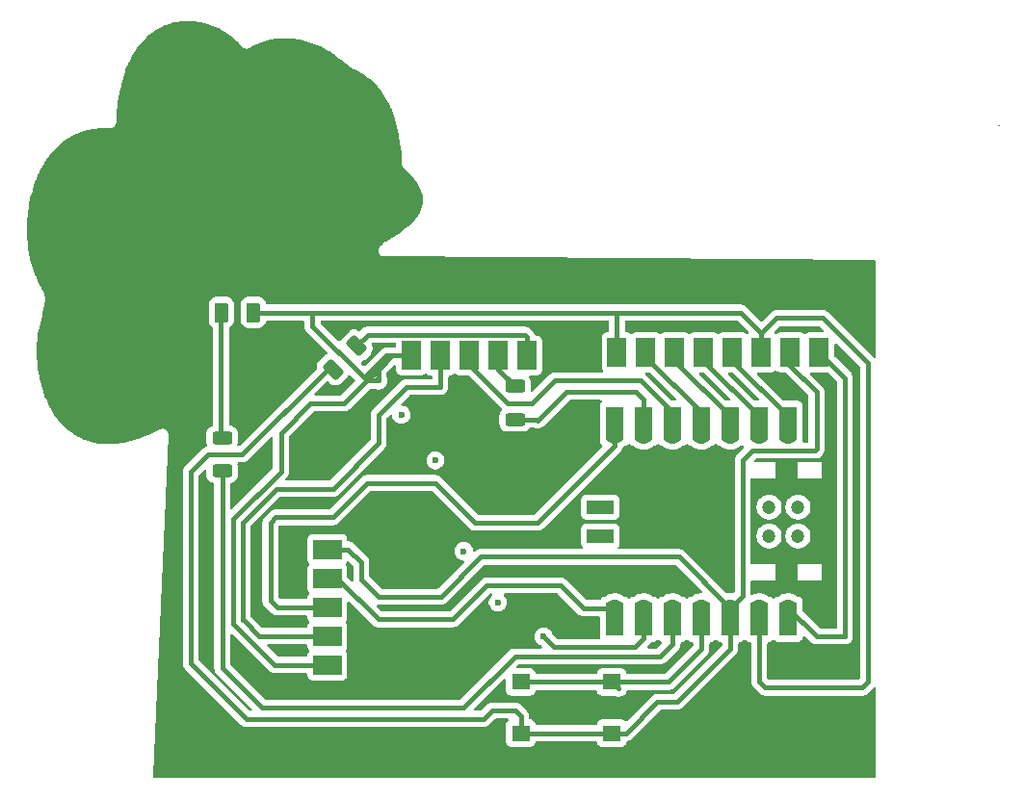
<source format=gbr>
%TF.GenerationSoftware,KiCad,Pcbnew,9.0.7*%
%TF.CreationDate,2026-03-30T14:09:54-04:00*%
%TF.ProjectId,week06-assignment,7765656b-3036-42d6-9173-7369676e6d65,rev?*%
%TF.SameCoordinates,Original*%
%TF.FileFunction,Copper,L1,Top*%
%TF.FilePolarity,Positive*%
%FSLAX46Y46*%
G04 Gerber Fmt 4.6, Leading zero omitted, Abs format (unit mm)*
G04 Created by KiCad (PCBNEW 9.0.7) date 2026-03-30 14:09:54*
%MOMM*%
%LPD*%
G01*
G04 APERTURE LIST*
G04 Aperture macros list*
%AMRoundRect*
0 Rectangle with rounded corners*
0 $1 Rounding radius*
0 $2 $3 $4 $5 $6 $7 $8 $9 X,Y pos of 4 corners*
0 Add a 4 corners polygon primitive as box body*
4,1,4,$2,$3,$4,$5,$6,$7,$8,$9,$2,$3,0*
0 Add four circle primitives for the rounded corners*
1,1,$1+$1,$2,$3*
1,1,$1+$1,$4,$5*
1,1,$1+$1,$6,$7*
1,1,$1+$1,$8,$9*
0 Add four rect primitives between the rounded corners*
20,1,$1+$1,$2,$3,$4,$5,0*
20,1,$1+$1,$4,$5,$6,$7,0*
20,1,$1+$1,$6,$7,$8,$9,0*
20,1,$1+$1,$8,$9,$2,$3,0*%
G04 Aperture macros list end*
%ADD10C,0.200000*%
%TA.AperFunction,ComponentPad*%
%ADD11C,1.600000*%
%TD*%
%TA.AperFunction,SMDPad,CuDef*%
%ADD12R,1.600000X3.000000*%
%TD*%
%TA.AperFunction,SMDPad,CuDef*%
%ADD13R,2.400000X1.200000*%
%TD*%
%TA.AperFunction,SMDPad,CuDef*%
%ADD14C,1.200000*%
%TD*%
%TA.AperFunction,SMDPad,CuDef*%
%ADD15RoundRect,0.250000X-0.625000X0.312500X-0.625000X-0.312500X0.625000X-0.312500X0.625000X0.312500X0*%
%TD*%
%TA.AperFunction,SMDPad,CuDef*%
%ADD16R,2.500000X1.700000*%
%TD*%
%TA.AperFunction,SMDPad,CuDef*%
%ADD17R,1.700000X2.500000*%
%TD*%
%TA.AperFunction,SMDPad,CuDef*%
%ADD18RoundRect,0.250000X0.220971X-0.662913X0.662913X-0.220971X-0.220971X0.662913X-0.662913X0.220971X0*%
%TD*%
%TA.AperFunction,SMDPad,CuDef*%
%ADD19R,1.600000X1.400000*%
%TD*%
%TA.AperFunction,SMDPad,CuDef*%
%ADD20RoundRect,0.250000X0.375000X0.625000X-0.375000X0.625000X-0.375000X-0.625000X0.375000X-0.625000X0*%
%TD*%
%TA.AperFunction,ViaPad*%
%ADD21C,0.600000*%
%TD*%
%TA.AperFunction,Conductor*%
%ADD22C,0.400000*%
%TD*%
G04 APERTURE END LIST*
D10*
X137000000Y-84000000D02*
X137000000Y-84000000D01*
X188500000Y-72000000D02*
X188500000Y-72000000D01*
D11*
%TO.P,M1,1,D0*%
%TO.N,D0*%
X170000000Y-99265000D03*
D12*
X170000000Y-98265000D03*
D11*
%TO.P,M1,2,D1*%
%TO.N,D1*%
X167460000Y-99265000D03*
D12*
X167460000Y-98265000D03*
D11*
%TO.P,M1,3,D2*%
%TO.N,D2*%
X164920000Y-99265000D03*
D12*
X164920000Y-98265000D03*
D11*
%TO.P,M1,4,D3*%
%TO.N,D3*%
X162380000Y-99265000D03*
D12*
X162380000Y-98265000D03*
D11*
%TO.P,M1,5,D4*%
%TO.N,D4*%
X159840000Y-99265000D03*
D12*
X159840000Y-98265000D03*
D11*
%TO.P,M1,6,D5*%
%TO.N,D5*%
X157300000Y-99265000D03*
D12*
X157300000Y-98265000D03*
D11*
%TO.P,M1,7,D6*%
%TO.N,D6*%
X154760000Y-99265000D03*
D12*
X154760000Y-98265000D03*
D11*
%TO.P,M1,8,D7*%
%TO.N,D7*%
X154760000Y-114500000D03*
D12*
X154760000Y-115500000D03*
D11*
%TO.P,M1,9,D8*%
%TO.N,D8*%
X157300000Y-114500000D03*
D12*
X157300000Y-115500000D03*
D11*
%TO.P,M1,10,D9*%
%TO.N,D9*%
X159840000Y-114500000D03*
D12*
X159840000Y-115500000D03*
D11*
%TO.P,M1,11,D10*%
%TO.N,D10*%
X162380000Y-114500000D03*
D12*
X162380000Y-115500000D03*
D11*
%TO.P,M1,12,3V3*%
%TO.N,+3V3*%
X164920000Y-114500000D03*
D12*
X164920000Y-115500000D03*
D11*
%TO.P,M1,13,GND*%
%TO.N,PWR_GND*%
X167460000Y-114500000D03*
D12*
X167460000Y-115500000D03*
D11*
%TO.P,M1,14,5V*%
%TO.N,+5V*%
X170000000Y-114500000D03*
D12*
X170000000Y-115500000D03*
D13*
%TO.P,M1,15,GND*%
%TO.N,PWR_GND*%
X153490000Y-108155000D03*
%TO.P,M1,16,VIN*%
%TO.N,unconnected-(M1-VIN-Pad16)*%
X153490000Y-105615000D03*
D14*
%TO.P,M1,17,SWDIO*%
%TO.N,unconnected-(M1-SWDIO-Pad17)*%
X170880000Y-105610000D03*
%TO.P,M1,18,RESET*%
%TO.N,unconnected-(M1-RESET-Pad18)*%
X168340000Y-105610000D03*
%TO.P,M1,19,GND*%
%TO.N,PWR_GND*%
X168340000Y-108150000D03*
%TO.P,M1,20,SWCLK*%
%TO.N,unconnected-(M1-SWCLK-Pad20)*%
X170880000Y-108150000D03*
%TD*%
D15*
%TO.P,R2,1*%
%TO.N,D5*%
X146000000Y-95000000D03*
%TO.P,R2,2*%
X146000000Y-97925000D03*
%TD*%
D16*
%TO.P,J9,1,Pin_1*%
%TO.N,PWR_GND*%
X129500000Y-119500000D03*
%TO.P,J9,2,Pin_2*%
%TO.N,+5V*%
X129500000Y-116960000D03*
%TO.P,J9,3,Pin_3*%
%TO.N,D6*%
X129500000Y-114420000D03*
%TO.P,J9,4,Pin_4*%
%TO.N,D7*%
X129500000Y-111880000D03*
%TO.P,J9,5,Pin_5*%
%TO.N,+3V3*%
X129500000Y-109340000D03*
%TD*%
D17*
%TO.P,J10,1,Pin_1*%
%TO.N,PWR_GND*%
X154960000Y-92000000D03*
%TO.P,J10,2,Pin_2*%
%TO.N,D3*%
X157500000Y-92000000D03*
%TO.P,J10,3,Pin_3*%
%TO.N,D2*%
X160040000Y-92000000D03*
%TO.P,J10,4,Pin_4*%
%TO.N,D1*%
X162580000Y-92000000D03*
%TO.P,J10,5,Pin_5*%
%TO.N,D0*%
X165120000Y-92000000D03*
%TO.P,J10,6,Pin_6*%
%TO.N,PWR_GND*%
X167660000Y-92000000D03*
%TO.P,J10,7,Pin_7*%
%TO.N,+3V3*%
X170200000Y-92000000D03*
%TO.P,J10,8,Pin_8*%
%TO.N,+5V*%
X172740000Y-92000000D03*
%TD*%
D18*
%TO.P,R2,1*%
%TO.N,+3V3*%
X130000000Y-93500000D03*
%TO.P,R2,2*%
X132068288Y-91431712D03*
%TD*%
D15*
%TO.P,R2,1*%
%TO.N,Net-(D1-A)*%
X120250000Y-99518750D03*
%TO.P,R2,2*%
%TO.N,D9*%
X120250000Y-102443750D03*
%TD*%
D19*
%TO.P,SW1,1,1*%
%TO.N,+3V3*%
X154500000Y-125500000D03*
X146500000Y-125500000D03*
%TO.P,SW1,2,2*%
%TO.N,D10*%
X154500000Y-121000000D03*
X146500000Y-121000000D03*
%TD*%
D17*
%TO.P,J8,1,Pin_1*%
%TO.N,PWR_GND*%
X136900000Y-92300000D03*
%TO.P,J8,2,Pin_2*%
%TO.N,+5V*%
X139440000Y-92300000D03*
%TO.P,J8,3,Pin_3*%
%TO.N,D4*%
X141980000Y-92300000D03*
%TO.P,J8,4,Pin_4*%
%TO.N,D5*%
X144520000Y-92300000D03*
%TO.P,J8,5,Pin_5*%
%TO.N,+3V3*%
X147060000Y-92300000D03*
%TD*%
D20*
%TO.P,D1,1,K*%
%TO.N,PWR_GND*%
X123000000Y-88500000D03*
%TO.P,D1,2,A*%
%TO.N,Net-(D1-A)*%
X120200000Y-88500000D03*
%TD*%
D21*
%TO.N,*%
X141500000Y-109500000D03*
X136000000Y-97500000D03*
X144500000Y-114000000D03*
X139000000Y-101500000D03*
%TO.N,D8*%
X148500000Y-117000000D03*
%TO.N,PWR_GND*%
X134000000Y-94500000D03*
%TD*%
D22*
%TO.N,+5V*%
X134000000Y-100000000D02*
X130000000Y-104000000D01*
%TO.N,D8*%
X149449000Y-117949000D02*
X148500000Y-117000000D01*
X157300000Y-114500000D02*
X157300000Y-117200000D01*
X157300000Y-117200000D02*
X156551000Y-117949000D01*
X156551000Y-117949000D02*
X149449000Y-117949000D01*
%TO.N,PWR_GND*%
X134000000Y-94500000D02*
X134000000Y-93500000D01*
X128199000Y-89699000D02*
X132750000Y-94250000D01*
X133000000Y-94500000D02*
X134000000Y-93500000D01*
X177000000Y-92958000D02*
X177000000Y-121000000D01*
X128199000Y-88500000D02*
X128199000Y-89699000D01*
X131000000Y-96500000D02*
X128000000Y-96500000D01*
X125418216Y-102500000D02*
X121250000Y-106668215D01*
X128000000Y-96500000D02*
X125418216Y-99081784D01*
X121250000Y-106668215D02*
X121250000Y-115882785D01*
X154960000Y-88540000D02*
X154960000Y-92000000D01*
X128199000Y-88500000D02*
X154920000Y-88500000D01*
X169010000Y-89000000D02*
X173042000Y-89000000D01*
X123000000Y-88500000D02*
X128199000Y-88500000D01*
X168000000Y-121500000D02*
X167460000Y-120960000D01*
X167660000Y-90350000D02*
X165810000Y-88500000D01*
X173042000Y-89000000D02*
X177000000Y-92958000D01*
X167660000Y-90350000D02*
X169010000Y-89000000D01*
X134000000Y-94500000D02*
X133000000Y-94500000D01*
X177000000Y-121000000D02*
X176500000Y-121500000D01*
X167460000Y-120960000D02*
X167460000Y-114500000D01*
X124867215Y-119500000D02*
X121250000Y-115882785D01*
X167660000Y-90350000D02*
X167660000Y-92000000D01*
X121250000Y-106668217D02*
X121250000Y-115882785D01*
X176500000Y-121500000D02*
X168000000Y-121500000D01*
X154920000Y-88500000D02*
X154960000Y-88540000D01*
X134000000Y-93500000D02*
X135200000Y-92300000D01*
X132750000Y-94250000D02*
X134700000Y-92300000D01*
X165810000Y-88500000D02*
X155000000Y-88500000D01*
X134700000Y-92300000D02*
X136900000Y-92300000D01*
X135200000Y-92300000D02*
X136900000Y-92300000D01*
X125418216Y-99081784D02*
X125418216Y-102500000D01*
X133000000Y-94500000D02*
X131000000Y-96500000D01*
X129500000Y-119500000D02*
X124867215Y-119500000D01*
X155000000Y-88500000D02*
X154960000Y-88540000D01*
%TO.N,+5V*%
X134000000Y-97500000D02*
X134000000Y-100000000D01*
X122131000Y-115551000D02*
X123540000Y-116960000D01*
X122051000Y-115551000D02*
X122131000Y-115551000D01*
X125051002Y-104000000D02*
X122051000Y-107000002D01*
X139440000Y-92300000D02*
X139440000Y-95060000D01*
X123540000Y-116960000D02*
X129500000Y-116960000D01*
X170000000Y-114500000D02*
X172500000Y-117000000D01*
X130000000Y-104000000D02*
X125051002Y-104000000D01*
X175000000Y-94260000D02*
X172740000Y-92000000D01*
X139440000Y-95060000D02*
X136440000Y-95060000D01*
X122051000Y-107000002D02*
X122051000Y-115551000D01*
X175000000Y-117000000D02*
X175000000Y-94260000D01*
X172500000Y-117000000D02*
X175000000Y-117000000D01*
X136440000Y-95060000D02*
X134000000Y-97500000D01*
%TO.N,+3V3*%
X147060000Y-92300000D02*
X147060000Y-90650000D01*
X172500000Y-95500000D02*
X170200000Y-93200000D01*
X164920000Y-118080000D02*
X160250000Y-122750000D01*
X146500000Y-125500000D02*
X146500000Y-124000000D01*
X119000000Y-101000000D02*
X117500000Y-102500000D01*
X132500000Y-112000000D02*
X132500000Y-110500000D01*
X146859000Y-90449000D02*
X133051000Y-90449000D01*
X117500000Y-119382785D02*
X122367215Y-124250000D01*
X164920000Y-114500000D02*
X164920000Y-118080000D01*
X144000000Y-123500000D02*
X143250000Y-124250000D01*
X132500000Y-110500000D02*
X131340000Y-109340000D01*
X117500000Y-102500000D02*
X117500000Y-119382785D01*
X164920000Y-114500000D02*
X166000000Y-113420000D01*
X146500000Y-124000000D02*
X146000000Y-123500000D01*
X158500000Y-122750000D02*
X155750000Y-125500000D01*
X143000000Y-110000000D02*
X139500000Y-113500000D01*
X128516000Y-109356000D02*
X128500000Y-109340000D01*
X146000000Y-123500000D02*
X144000000Y-123500000D01*
X143250000Y-124250000D02*
X122367215Y-124250000D01*
X122000000Y-101000000D02*
X129500000Y-93500000D01*
X134000000Y-113500000D02*
X132500000Y-112000000D01*
X147000000Y-92360000D02*
X147000000Y-92500000D01*
X131340000Y-109340000D02*
X129500000Y-109340000D01*
X147060000Y-90650000D02*
X146859000Y-90449000D01*
X129500000Y-93500000D02*
X130000000Y-93500000D01*
X164920000Y-114500000D02*
X160420000Y-110000000D01*
X170200000Y-93200000D02*
X170200000Y-92000000D01*
X139500000Y-113500000D02*
X134000000Y-113500000D01*
X160250000Y-122750000D02*
X158500000Y-122750000D01*
X160420000Y-110000000D02*
X143000000Y-110000000D01*
X166834000Y-100666000D02*
X172334000Y-100666000D01*
X172334000Y-100666000D02*
X172500000Y-100500000D01*
X166000000Y-101500000D02*
X166834000Y-100666000D01*
X166000000Y-113420000D02*
X166000000Y-101500000D01*
X155750000Y-125500000D02*
X154500000Y-125500000D01*
X122000000Y-101000000D02*
X119000000Y-101000000D01*
X172500000Y-100500000D02*
X172500000Y-95500000D01*
X154500000Y-125500000D02*
X146500000Y-125500000D01*
X133051000Y-90449000D02*
X132068288Y-91431712D01*
%TO.N,D7*%
X134000000Y-115500000D02*
X140500000Y-115500000D01*
X154760000Y-114500000D02*
X152000000Y-114500000D01*
X154500000Y-114240000D02*
X154760000Y-114500000D01*
X152000000Y-114500000D02*
X150000000Y-112500000D01*
X129500000Y-111880000D02*
X130380000Y-111880000D01*
X150000000Y-112500000D02*
X143500000Y-112500000D01*
X140500000Y-115500000D02*
X143500000Y-112500000D01*
X130380000Y-111880000D02*
X134000000Y-115500000D01*
%TO.N,D6*%
X125080000Y-114420000D02*
X129500000Y-114420000D01*
X133000000Y-103500000D02*
X139000000Y-103500000D01*
X154760000Y-100240000D02*
X154760000Y-99265000D01*
X139000000Y-103500000D02*
X142500000Y-107000000D01*
X124989892Y-106510108D02*
X124500000Y-107000000D01*
X148000000Y-107000000D02*
X154760000Y-100240000D01*
X124500000Y-113840000D02*
X125080000Y-114420000D01*
X124989892Y-106510108D02*
X129989892Y-106510108D01*
X142500000Y-107000000D02*
X148000000Y-107000000D01*
X124500000Y-113840000D02*
X124500000Y-107000000D01*
X129500000Y-114420000D02*
X129000000Y-114420000D01*
X129989892Y-106510108D02*
X133000000Y-103500000D01*
%TO.N,D3*%
X157500000Y-92423000D02*
X157500000Y-92000000D01*
X162380000Y-99265000D02*
X162380000Y-97303000D01*
X162380000Y-97303000D02*
X157500000Y-92423000D01*
%TO.N,D2*%
X164920000Y-99265000D02*
X164920000Y-97642000D01*
X160040000Y-92762000D02*
X160040000Y-92000000D01*
X164920000Y-97642000D02*
X160040000Y-92762000D01*
%TO.N,D1*%
X162580000Y-92762000D02*
X162580000Y-92000000D01*
X167460000Y-97642000D02*
X162580000Y-92762000D01*
X167460000Y-99265000D02*
X167460000Y-97642000D01*
%TO.N,D0*%
X170000000Y-99265000D02*
X170000000Y-97642000D01*
X170000000Y-97642000D02*
X165120000Y-92762000D01*
X165120000Y-92762000D02*
X165120000Y-92000000D01*
%TO.N,D5*%
X148000000Y-98000000D02*
X147925000Y-97925000D01*
X144520000Y-92300000D02*
X144520000Y-93520000D01*
X157300000Y-96200000D02*
X157300000Y-99265000D01*
X157300000Y-96200000D02*
X156600000Y-95500000D01*
X146000000Y-97925000D02*
X147925000Y-97925000D01*
X150500000Y-95500000D02*
X148000000Y-98000000D01*
X156600000Y-95500000D02*
X150500000Y-95500000D01*
X144520000Y-93520000D02*
X146000000Y-95000000D01*
%TO.N,D4*%
X145352076Y-96500000D02*
X141980000Y-93127924D01*
X149500000Y-94500000D02*
X147500000Y-96500000D01*
X157037000Y-94500000D02*
X159840000Y-97303000D01*
X157037000Y-94500000D02*
X149500000Y-94500000D01*
X159840000Y-97303000D02*
X159840000Y-99265000D01*
X147500000Y-96500000D02*
X145352076Y-96500000D01*
X141980000Y-93127924D02*
X141980000Y-92300000D01*
%TO.N,D9*%
X141500000Y-123250000D02*
X123750000Y-123250000D01*
X123750000Y-123250000D02*
X120250000Y-119750000D01*
X158750000Y-118750000D02*
X146000000Y-118750000D01*
X146000000Y-118750000D02*
X141500000Y-123250000D01*
X120250000Y-119750000D02*
X120250000Y-102443750D01*
X159840000Y-117660000D02*
X158750000Y-118750000D01*
X159840000Y-114500000D02*
X159840000Y-117660000D01*
%TO.N,D10*%
X146500000Y-121000000D02*
X154500000Y-121000000D01*
X155101000Y-121601000D02*
X154500000Y-121000000D01*
X162380000Y-114500000D02*
X162380000Y-118120000D01*
X159500000Y-121000000D02*
X154500000Y-121000000D01*
X162380000Y-118120000D02*
X159500000Y-121000000D01*
%TO.N,Net-(D1-A)*%
X120250000Y-99518750D02*
X120000000Y-99268750D01*
X120150000Y-88500000D02*
X120150000Y-99418750D01*
X120150000Y-99418750D02*
X120250000Y-99518750D01*
%TD*%
%TA.AperFunction,NonConductor*%
G36*
X172767520Y-89720185D02*
G01*
X172788162Y-89736819D01*
X173089162Y-90037819D01*
X173122647Y-90099142D01*
X173117663Y-90168834D01*
X173075791Y-90224767D01*
X173010327Y-90249184D01*
X173001481Y-90249500D01*
X171842129Y-90249500D01*
X171842123Y-90249501D01*
X171782516Y-90255908D01*
X171647671Y-90306202D01*
X171647669Y-90306203D01*
X171544311Y-90383578D01*
X171478847Y-90407995D01*
X171410574Y-90393144D01*
X171395689Y-90383578D01*
X171292330Y-90306203D01*
X171292328Y-90306202D01*
X171157482Y-90255908D01*
X171157483Y-90255908D01*
X171097883Y-90249501D01*
X171097881Y-90249500D01*
X171097873Y-90249500D01*
X171097864Y-90249500D01*
X169302129Y-90249500D01*
X169302123Y-90249501D01*
X169242516Y-90255908D01*
X169107671Y-90306202D01*
X169107669Y-90306203D01*
X169004311Y-90383578D01*
X168979551Y-90392812D01*
X168956359Y-90405477D01*
X168947329Y-90404831D01*
X168938847Y-90407995D01*
X168913024Y-90402377D01*
X168886667Y-90400493D01*
X168874952Y-90394096D01*
X168870574Y-90393144D01*
X168855690Y-90383578D01*
X168833790Y-90367184D01*
X168791918Y-90311251D01*
X168786934Y-90241559D01*
X168820415Y-90180240D01*
X169263837Y-89736819D01*
X169325160Y-89703334D01*
X169351518Y-89700500D01*
X172700481Y-89700500D01*
X172767520Y-89720185D01*
G37*
%TD.AperFunction*%
%TA.AperFunction,NonConductor*%
G36*
X165535520Y-89220185D02*
G01*
X165556162Y-89236819D01*
X166499579Y-90180236D01*
X166508121Y-90195880D01*
X166520728Y-90208486D01*
X166524518Y-90225909D01*
X166533064Y-90241559D01*
X166531792Y-90259340D01*
X166535582Y-90276758D01*
X166529352Y-90293463D01*
X166528080Y-90311251D01*
X166517395Y-90325523D01*
X166511168Y-90342223D01*
X166486212Y-90367181D01*
X166464314Y-90383575D01*
X166398851Y-90407995D01*
X166330577Y-90393146D01*
X166315689Y-90383578D01*
X166212330Y-90306203D01*
X166212328Y-90306202D01*
X166077482Y-90255908D01*
X166077483Y-90255908D01*
X166017883Y-90249501D01*
X166017881Y-90249500D01*
X166017873Y-90249500D01*
X166017864Y-90249500D01*
X164222129Y-90249500D01*
X164222123Y-90249501D01*
X164162516Y-90255908D01*
X164027671Y-90306202D01*
X164027669Y-90306203D01*
X163924311Y-90383578D01*
X163858847Y-90407995D01*
X163790574Y-90393144D01*
X163775689Y-90383578D01*
X163672330Y-90306203D01*
X163672328Y-90306202D01*
X163537482Y-90255908D01*
X163537483Y-90255908D01*
X163477883Y-90249501D01*
X163477881Y-90249500D01*
X163477873Y-90249500D01*
X163477864Y-90249500D01*
X161682129Y-90249500D01*
X161682123Y-90249501D01*
X161622516Y-90255908D01*
X161487671Y-90306202D01*
X161487669Y-90306203D01*
X161384311Y-90383578D01*
X161318847Y-90407995D01*
X161250574Y-90393144D01*
X161235689Y-90383578D01*
X161132330Y-90306203D01*
X161132328Y-90306202D01*
X160997482Y-90255908D01*
X160997483Y-90255908D01*
X160937883Y-90249501D01*
X160937881Y-90249500D01*
X160937873Y-90249500D01*
X160937864Y-90249500D01*
X159142129Y-90249500D01*
X159142123Y-90249501D01*
X159082516Y-90255908D01*
X158947671Y-90306202D01*
X158947669Y-90306203D01*
X158844311Y-90383578D01*
X158778847Y-90407995D01*
X158710574Y-90393144D01*
X158695689Y-90383578D01*
X158592330Y-90306203D01*
X158592328Y-90306202D01*
X158457482Y-90255908D01*
X158457483Y-90255908D01*
X158397883Y-90249501D01*
X158397881Y-90249500D01*
X158397873Y-90249500D01*
X158397864Y-90249500D01*
X156602129Y-90249500D01*
X156602123Y-90249501D01*
X156542516Y-90255908D01*
X156407671Y-90306202D01*
X156407669Y-90306203D01*
X156304311Y-90383578D01*
X156238847Y-90407995D01*
X156170574Y-90393144D01*
X156155689Y-90383578D01*
X156052330Y-90306203D01*
X156052328Y-90306202D01*
X155917482Y-90255908D01*
X155917483Y-90255908D01*
X155857883Y-90249501D01*
X155857881Y-90249500D01*
X155857873Y-90249500D01*
X155857865Y-90249500D01*
X155784500Y-90249500D01*
X155717461Y-90229815D01*
X155671706Y-90177011D01*
X155660500Y-90125500D01*
X155660500Y-89324500D01*
X155680185Y-89257461D01*
X155732989Y-89211706D01*
X155784500Y-89200500D01*
X165468481Y-89200500D01*
X165535520Y-89220185D01*
G37*
%TD.AperFunction*%
%TA.AperFunction,NonConductor*%
G36*
X135492539Y-91169185D02*
G01*
X135538294Y-91221989D01*
X135549500Y-91273500D01*
X135549500Y-91475500D01*
X135529815Y-91542539D01*
X135477011Y-91588294D01*
X135425500Y-91599500D01*
X134631005Y-91599500D01*
X134540540Y-91617495D01*
X134540538Y-91617495D01*
X134535599Y-91618478D01*
X134495671Y-91626420D01*
X134472447Y-91636040D01*
X134465848Y-91638773D01*
X134465842Y-91638775D01*
X134368191Y-91679223D01*
X134263139Y-91749418D01*
X134263137Y-91749419D01*
X134253459Y-91755884D01*
X132837681Y-93171662D01*
X132776358Y-93205147D01*
X132706666Y-93200163D01*
X132662319Y-93171662D01*
X132500297Y-93009640D01*
X132466812Y-92948317D01*
X132471796Y-92878625D01*
X132513668Y-92822692D01*
X132545571Y-92805436D01*
X132547689Y-92804665D01*
X132547690Y-92804664D01*
X132547692Y-92804664D01*
X132704473Y-92725927D01*
X132784581Y-92660670D01*
X133297245Y-92148005D01*
X133362503Y-92067897D01*
X133441240Y-91911116D01*
X133481701Y-91740404D01*
X133481701Y-91564962D01*
X133441240Y-91394249D01*
X133427737Y-91367362D01*
X133408547Y-91329150D01*
X133396051Y-91260407D01*
X133422704Y-91195821D01*
X133480044Y-91155897D01*
X133519358Y-91149500D01*
X135425500Y-91149500D01*
X135492539Y-91169185D01*
G37*
%TD.AperFunction*%
%TA.AperFunction,NonConductor*%
G36*
X154202539Y-89220185D02*
G01*
X154248294Y-89272989D01*
X154259500Y-89324500D01*
X154259500Y-90125500D01*
X154239815Y-90192539D01*
X154187011Y-90238294D01*
X154135502Y-90249500D01*
X154062130Y-90249500D01*
X154062123Y-90249501D01*
X154002516Y-90255908D01*
X153867671Y-90306202D01*
X153867664Y-90306206D01*
X153752455Y-90392452D01*
X153752452Y-90392455D01*
X153666206Y-90507664D01*
X153666202Y-90507671D01*
X153615908Y-90642517D01*
X153609501Y-90702116D01*
X153609500Y-90702135D01*
X153609500Y-93297870D01*
X153609501Y-93297876D01*
X153615908Y-93357483D01*
X153666202Y-93492328D01*
X153666206Y-93492335D01*
X153747695Y-93601189D01*
X153772113Y-93666653D01*
X153757262Y-93734926D01*
X153707857Y-93784332D01*
X153648429Y-93799500D01*
X149431005Y-93799500D01*
X149295677Y-93826418D01*
X149295667Y-93826421D01*
X149168192Y-93879222D01*
X149053454Y-93955887D01*
X147587180Y-95422161D01*
X147525857Y-95455646D01*
X147456165Y-95450662D01*
X147400232Y-95408790D01*
X147375815Y-95343326D01*
X147375499Y-95334506D01*
X147375499Y-94637492D01*
X147370102Y-94584663D01*
X147364999Y-94534703D01*
X147364998Y-94534700D01*
X147358085Y-94513838D01*
X147309814Y-94368166D01*
X147230510Y-94239593D01*
X147212071Y-94172203D01*
X147232994Y-94105540D01*
X147286636Y-94060770D01*
X147336050Y-94050499D01*
X147957871Y-94050499D01*
X147957872Y-94050499D01*
X148017483Y-94044091D01*
X148152331Y-93993796D01*
X148267546Y-93907546D01*
X148353796Y-93792331D01*
X148404091Y-93657483D01*
X148410500Y-93597873D01*
X148410499Y-91002128D01*
X148404091Y-90942517D01*
X148390889Y-90907121D01*
X148353797Y-90807671D01*
X148353793Y-90807664D01*
X148267547Y-90692455D01*
X148267544Y-90692452D01*
X148152335Y-90606206D01*
X148152328Y-90606202D01*
X148017482Y-90555908D01*
X148017483Y-90555908D01*
X147957883Y-90549501D01*
X147957881Y-90549500D01*
X147957873Y-90549500D01*
X147957865Y-90549500D01*
X147855997Y-90549500D01*
X147788958Y-90529815D01*
X147743203Y-90477011D01*
X147743106Y-90476799D01*
X147737175Y-90463747D01*
X147733580Y-90445672D01*
X147680775Y-90318189D01*
X147655930Y-90281006D01*
X147604114Y-90203457D01*
X147604112Y-90203454D01*
X147305545Y-89904887D01*
X147190807Y-89828222D01*
X147063332Y-89775421D01*
X147063322Y-89775418D01*
X146927996Y-89748500D01*
X146927994Y-89748500D01*
X146927993Y-89748500D01*
X133119994Y-89748500D01*
X132982006Y-89748500D01*
X132982004Y-89748500D01*
X132846677Y-89775418D01*
X132846667Y-89775421D01*
X132719192Y-89828222D01*
X132604454Y-89904887D01*
X132398614Y-90110727D01*
X132337291Y-90144212D01*
X132267599Y-90139228D01*
X132255297Y-90133863D01*
X132154396Y-90083190D01*
X132105748Y-90058758D01*
X131935045Y-90018300D01*
X131935040Y-90018299D01*
X131935038Y-90018299D01*
X131759596Y-90018299D01*
X131759594Y-90018299D01*
X131759588Y-90018300D01*
X131588886Y-90058758D01*
X131508475Y-90099142D01*
X131432103Y-90137497D01*
X131432101Y-90137498D01*
X131432096Y-90137501D01*
X131352006Y-90202744D01*
X131351988Y-90202760D01*
X130839338Y-90715411D01*
X130839322Y-90715429D01*
X130774074Y-90795524D01*
X130695332Y-90952314D01*
X130694558Y-90954443D01*
X130693633Y-90955697D01*
X130692095Y-90958762D01*
X130691571Y-90958498D01*
X130653126Y-91010703D01*
X130587854Y-91035632D01*
X130519467Y-91021315D01*
X130490359Y-90999702D01*
X128935819Y-89445162D01*
X128921115Y-89418234D01*
X128904523Y-89392416D01*
X128903631Y-89386215D01*
X128902334Y-89383839D01*
X128899500Y-89357481D01*
X128899500Y-89324500D01*
X128919185Y-89257461D01*
X128971989Y-89211706D01*
X129023500Y-89200500D01*
X154135500Y-89200500D01*
X154202539Y-89220185D01*
G37*
%TD.AperFunction*%
%TA.AperFunction,NonConductor*%
G36*
X131516260Y-94009662D02*
G01*
X131533088Y-94023745D01*
X131921662Y-94412319D01*
X131955147Y-94473642D01*
X131950163Y-94543334D01*
X131921662Y-94587681D01*
X130746162Y-95763181D01*
X130684839Y-95796666D01*
X130658481Y-95799500D01*
X128490519Y-95799500D01*
X128423480Y-95779815D01*
X128377725Y-95727011D01*
X128367781Y-95657853D01*
X128396806Y-95594297D01*
X128402838Y-95587819D01*
X129405993Y-94584663D01*
X129467316Y-94551178D01*
X129537008Y-94556162D01*
X129581355Y-94584663D01*
X129725649Y-94728957D01*
X129725657Y-94728963D01*
X129725662Y-94728968D01*
X129805748Y-94794209D01*
X129805750Y-94794210D01*
X129805756Y-94794215D01*
X129962537Y-94872952D01*
X129962539Y-94872953D01*
X130061422Y-94896389D01*
X130133250Y-94913413D01*
X130133253Y-94913413D01*
X130308689Y-94913413D01*
X130308692Y-94913413D01*
X130401089Y-94891513D01*
X130479401Y-94872953D01*
X130479402Y-94872952D01*
X130479404Y-94872952D01*
X130636185Y-94794215D01*
X130716293Y-94728958D01*
X131228957Y-94216293D01*
X131294215Y-94136185D01*
X131334597Y-94055775D01*
X131382273Y-94004702D01*
X131449995Y-93987511D01*
X131516260Y-94009662D01*
G37*
%TD.AperFunction*%
%TA.AperFunction,NonConductor*%
G36*
X165133519Y-93770184D02*
G01*
X165154161Y-93786818D01*
X167420162Y-96052819D01*
X167430774Y-96072255D01*
X167445275Y-96088989D01*
X167447191Y-96102320D01*
X167453647Y-96114142D01*
X167452067Y-96136228D01*
X167455219Y-96158147D01*
X167449623Y-96170398D01*
X167448663Y-96183834D01*
X167435392Y-96201560D01*
X167426194Y-96221703D01*
X167414862Y-96228985D01*
X167406791Y-96239767D01*
X167386045Y-96247504D01*
X167367416Y-96259477D01*
X167345497Y-96262628D01*
X167341327Y-96264184D01*
X167332481Y-96264500D01*
X167124519Y-96264500D01*
X167057480Y-96244815D01*
X167036838Y-96228181D01*
X164770837Y-93962180D01*
X164737352Y-93900857D01*
X164742336Y-93831165D01*
X164784208Y-93775232D01*
X164849672Y-93750815D01*
X164858518Y-93750499D01*
X165066480Y-93750499D01*
X165133519Y-93770184D01*
G37*
%TD.AperFunction*%
%TA.AperFunction,NonConductor*%
G36*
X162593519Y-93770184D02*
G01*
X162614161Y-93786818D01*
X164880162Y-96052819D01*
X164890774Y-96072255D01*
X164905275Y-96088989D01*
X164907191Y-96102320D01*
X164913647Y-96114142D01*
X164912067Y-96136228D01*
X164915219Y-96158147D01*
X164909623Y-96170398D01*
X164908663Y-96183834D01*
X164895392Y-96201560D01*
X164886194Y-96221703D01*
X164874862Y-96228985D01*
X164866791Y-96239767D01*
X164846045Y-96247504D01*
X164827416Y-96259477D01*
X164805497Y-96262628D01*
X164801327Y-96264184D01*
X164792481Y-96264500D01*
X164584519Y-96264500D01*
X164517480Y-96244815D01*
X164496838Y-96228181D01*
X162230837Y-93962180D01*
X162197352Y-93900857D01*
X162202336Y-93831165D01*
X162244208Y-93775232D01*
X162309672Y-93750815D01*
X162318518Y-93750499D01*
X162526480Y-93750499D01*
X162593519Y-93770184D01*
G37*
%TD.AperFunction*%
%TA.AperFunction,NonConductor*%
G36*
X157852519Y-93770184D02*
G01*
X157873161Y-93786818D01*
X160139162Y-96052819D01*
X160149774Y-96072255D01*
X160164275Y-96088989D01*
X160166191Y-96102320D01*
X160172647Y-96114142D01*
X160171067Y-96136228D01*
X160174219Y-96158147D01*
X160168623Y-96170398D01*
X160167663Y-96183834D01*
X160154392Y-96201560D01*
X160145194Y-96221703D01*
X160133862Y-96228985D01*
X160125791Y-96239767D01*
X160105045Y-96247504D01*
X160086416Y-96259477D01*
X160064497Y-96262628D01*
X160060327Y-96264184D01*
X160051481Y-96264500D01*
X159843519Y-96264500D01*
X159776480Y-96244815D01*
X159755838Y-96228181D01*
X157489838Y-93962180D01*
X157456353Y-93900857D01*
X157461337Y-93831165D01*
X157503209Y-93775232D01*
X157568673Y-93750815D01*
X157577513Y-93750499D01*
X157785480Y-93750499D01*
X157852519Y-93770184D01*
G37*
%TD.AperFunction*%
%TA.AperFunction,NonConductor*%
G36*
X168989425Y-93606855D02*
G01*
X169004303Y-93616416D01*
X169071411Y-93666653D01*
X169107668Y-93693795D01*
X169107671Y-93693797D01*
X169152618Y-93710561D01*
X169242517Y-93744091D01*
X169302127Y-93750500D01*
X169708480Y-93750499D01*
X169775519Y-93770183D01*
X169796161Y-93786818D01*
X171763181Y-95753838D01*
X171796666Y-95815161D01*
X171799500Y-95841519D01*
X171799500Y-99841500D01*
X171779815Y-99908539D01*
X171727011Y-99954294D01*
X171675500Y-99965500D01*
X171422136Y-99965500D01*
X171355097Y-99945815D01*
X171309342Y-99893011D01*
X171298847Y-99828244D01*
X171300500Y-99812873D01*
X171300499Y-96717128D01*
X171294091Y-96657517D01*
X171258640Y-96562469D01*
X171243797Y-96522671D01*
X171243793Y-96522664D01*
X171157547Y-96407455D01*
X171157544Y-96407452D01*
X171042335Y-96321206D01*
X171042328Y-96321202D01*
X170907482Y-96270908D01*
X170907483Y-96270908D01*
X170847883Y-96264501D01*
X170847881Y-96264500D01*
X170847873Y-96264500D01*
X170847865Y-96264500D01*
X169664519Y-96264500D01*
X169597480Y-96244815D01*
X169576838Y-96228181D01*
X167310837Y-93962180D01*
X167277352Y-93900857D01*
X167282336Y-93831165D01*
X167324208Y-93775232D01*
X167389672Y-93750815D01*
X167398518Y-93750499D01*
X168557871Y-93750499D01*
X168557872Y-93750499D01*
X168617483Y-93744091D01*
X168752331Y-93693796D01*
X168855690Y-93616421D01*
X168921152Y-93592004D01*
X168989425Y-93606855D01*
G37*
%TD.AperFunction*%
%TA.AperFunction,NonConductor*%
G36*
X135468835Y-93124336D02*
G01*
X135524768Y-93166208D01*
X135549185Y-93231672D01*
X135549501Y-93240518D01*
X135549501Y-93597876D01*
X135555908Y-93657483D01*
X135606202Y-93792328D01*
X135606206Y-93792335D01*
X135692452Y-93907544D01*
X135692455Y-93907547D01*
X135807664Y-93993793D01*
X135807671Y-93993797D01*
X135942517Y-94044091D01*
X135942516Y-94044091D01*
X135949444Y-94044835D01*
X136002127Y-94050500D01*
X137797872Y-94050499D01*
X137857483Y-94044091D01*
X137992331Y-93993796D01*
X138095690Y-93916421D01*
X138161152Y-93892004D01*
X138229425Y-93906855D01*
X138244303Y-93916416D01*
X138347665Y-93993793D01*
X138347668Y-93993795D01*
X138347671Y-93993797D01*
X138390208Y-94009662D01*
X138482517Y-94044091D01*
X138542127Y-94050500D01*
X138615500Y-94050499D01*
X138624184Y-94053049D01*
X138633147Y-94051761D01*
X138657186Y-94062739D01*
X138682538Y-94070183D01*
X138688466Y-94077024D01*
X138696703Y-94080786D01*
X138710989Y-94103016D01*
X138728294Y-94122986D01*
X138730581Y-94133502D01*
X138734477Y-94139564D01*
X138739500Y-94174499D01*
X138739500Y-94235500D01*
X138719815Y-94302539D01*
X138667011Y-94348294D01*
X138615500Y-94359500D01*
X136371004Y-94359500D01*
X136235677Y-94386418D01*
X136235667Y-94386421D01*
X136108192Y-94439222D01*
X135993454Y-94515887D01*
X133455887Y-97053454D01*
X133379223Y-97168192D01*
X133326421Y-97295668D01*
X133326418Y-97295679D01*
X133310426Y-97376080D01*
X133310426Y-97376082D01*
X133299500Y-97431006D01*
X133299500Y-99658481D01*
X133279815Y-99725520D01*
X133263181Y-99746162D01*
X129746162Y-103263181D01*
X129684839Y-103296666D01*
X129658481Y-103299500D01*
X125908736Y-103299500D01*
X125841697Y-103279815D01*
X125795942Y-103227011D01*
X125785998Y-103157853D01*
X125815023Y-103094297D01*
X125821055Y-103087819D01*
X125962327Y-102946546D01*
X125962328Y-102946545D01*
X125962330Y-102946543D01*
X126038991Y-102831811D01*
X126049576Y-102806258D01*
X126091794Y-102704332D01*
X126091796Y-102704328D01*
X126118716Y-102568994D01*
X126118716Y-102431006D01*
X126118716Y-99423303D01*
X126138401Y-99356264D01*
X126155035Y-99335622D01*
X128253838Y-97236819D01*
X128315161Y-97203334D01*
X128341519Y-97200500D01*
X131068996Y-97200500D01*
X131160040Y-97182389D01*
X131204328Y-97173580D01*
X131276120Y-97143843D01*
X131331807Y-97120777D01*
X131331808Y-97120776D01*
X131331811Y-97120775D01*
X131446543Y-97044114D01*
X133253838Y-95236819D01*
X133280765Y-95222115D01*
X133306584Y-95205523D01*
X133312784Y-95204631D01*
X133315161Y-95203334D01*
X133341519Y-95200500D01*
X133574684Y-95200500D01*
X133622136Y-95209939D01*
X133687031Y-95236819D01*
X133766503Y-95269737D01*
X133896871Y-95295669D01*
X133921153Y-95300499D01*
X133921156Y-95300500D01*
X133921158Y-95300500D01*
X134078844Y-95300500D01*
X134078845Y-95300499D01*
X134233497Y-95269737D01*
X134348468Y-95222115D01*
X134379172Y-95209397D01*
X134379172Y-95209396D01*
X134379179Y-95209394D01*
X134510289Y-95121789D01*
X134621789Y-95010289D01*
X134709394Y-94879179D01*
X134769737Y-94733497D01*
X134800500Y-94578842D01*
X134800500Y-94421158D01*
X134800500Y-94421155D01*
X134800499Y-94421153D01*
X134793590Y-94386418D01*
X134769737Y-94266503D01*
X134749996Y-94218844D01*
X134709939Y-94122136D01*
X134708312Y-94113959D01*
X134705523Y-94109619D01*
X134700500Y-94074684D01*
X134700500Y-93841519D01*
X134720185Y-93774480D01*
X134736819Y-93753838D01*
X135337820Y-93152837D01*
X135399143Y-93119352D01*
X135468835Y-93124336D01*
G37*
%TD.AperFunction*%
%TA.AperFunction,NonConductor*%
G36*
X124637050Y-99456121D02*
G01*
X124692983Y-99497993D01*
X124717400Y-99563457D01*
X124717716Y-99572303D01*
X124717716Y-102158480D01*
X124698031Y-102225519D01*
X124681397Y-102246161D01*
X121162181Y-105765377D01*
X121100858Y-105798862D01*
X121031166Y-105793878D01*
X120975233Y-105752006D01*
X120950816Y-105686542D01*
X120950500Y-105677696D01*
X120950500Y-103611404D01*
X120970185Y-103544365D01*
X121022989Y-103498610D01*
X121035496Y-103493698D01*
X121062179Y-103484855D01*
X121194334Y-103441064D01*
X121343656Y-103348962D01*
X121467712Y-103224906D01*
X121559814Y-103075584D01*
X121614999Y-102909047D01*
X121625500Y-102806259D01*
X121625499Y-102081242D01*
X121622660Y-102053454D01*
X121614999Y-101978453D01*
X121576907Y-101863501D01*
X121574506Y-101793676D01*
X121610237Y-101733634D01*
X121672758Y-101702441D01*
X121694614Y-101700500D01*
X122068996Y-101700500D01*
X122172053Y-101680000D01*
X122204328Y-101673580D01*
X122276752Y-101643581D01*
X122331807Y-101620777D01*
X122331808Y-101620776D01*
X122331811Y-101620775D01*
X122446543Y-101544114D01*
X124506035Y-99484622D01*
X124567358Y-99451137D01*
X124637050Y-99456121D01*
G37*
%TD.AperFunction*%
%TA.AperFunction,NonConductor*%
G36*
X131316658Y-110355621D02*
G01*
X131332574Y-110353999D01*
X131350096Y-110362891D01*
X131369300Y-110367066D01*
X131392407Y-110384362D01*
X131394880Y-110385617D01*
X131395502Y-110386678D01*
X131397568Y-110388225D01*
X131763181Y-110753838D01*
X131796666Y-110815161D01*
X131799500Y-110841519D01*
X131799500Y-112009481D01*
X131779815Y-112076520D01*
X131727011Y-112122275D01*
X131657853Y-112132219D01*
X131594297Y-112103194D01*
X131587819Y-112097162D01*
X131286818Y-111796161D01*
X131253333Y-111734838D01*
X131250499Y-111708480D01*
X131250499Y-110982129D01*
X131250498Y-110982123D01*
X131250497Y-110982116D01*
X131244091Y-110922517D01*
X131193796Y-110787669D01*
X131116421Y-110684309D01*
X131107818Y-110661246D01*
X131095373Y-110640006D01*
X131095823Y-110629086D01*
X131092004Y-110618848D01*
X131097236Y-110594794D01*
X131098250Y-110570195D01*
X131105639Y-110556163D01*
X131106855Y-110550575D01*
X131114222Y-110538722D01*
X131115293Y-110537196D01*
X131193796Y-110432331D01*
X131199269Y-110417654D01*
X131208421Y-110404628D01*
X131223790Y-110392380D01*
X131235564Y-110376649D01*
X131250551Y-110371056D01*
X131263064Y-110361086D01*
X131282614Y-110359092D01*
X131301025Y-110352223D01*
X131316658Y-110355621D01*
G37*
%TD.AperFunction*%
%TA.AperFunction,NonConductor*%
G36*
X163667329Y-100058719D02*
G01*
X163676358Y-100058074D01*
X163699550Y-100070737D01*
X163724311Y-100079973D01*
X163733748Y-100089410D01*
X163737681Y-100091558D01*
X163749267Y-100104930D01*
X163762454Y-100122546D01*
X163762455Y-100122547D01*
X163877664Y-100208793D01*
X163877671Y-100208797D01*
X163908762Y-100220393D01*
X164012517Y-100259091D01*
X164053807Y-100263530D01*
X164113432Y-100286499D01*
X164238390Y-100377287D01*
X164324561Y-100421193D01*
X164420776Y-100470218D01*
X164420778Y-100470218D01*
X164420781Y-100470220D01*
X164515638Y-100501041D01*
X164615465Y-100533477D01*
X164716557Y-100549488D01*
X164817648Y-100565500D01*
X164817649Y-100565500D01*
X165022351Y-100565500D01*
X165022352Y-100565500D01*
X165224534Y-100533477D01*
X165419219Y-100470220D01*
X165601610Y-100377287D01*
X165726567Y-100286500D01*
X165763633Y-100268105D01*
X165774703Y-100264764D01*
X165827483Y-100259091D01*
X165962331Y-100208796D01*
X165963772Y-100207717D01*
X165975167Y-100204279D01*
X166006297Y-100204047D01*
X166037344Y-100201827D01*
X166040938Y-100203789D01*
X166045034Y-100203759D01*
X166071346Y-100220393D01*
X166098668Y-100235312D01*
X166100630Y-100238906D01*
X166104092Y-100241095D01*
X166117232Y-100269311D01*
X166132152Y-100296635D01*
X166131859Y-100300720D01*
X166133589Y-100304433D01*
X166129388Y-100335277D01*
X166127168Y-100366327D01*
X166124620Y-100370291D01*
X166124161Y-100373663D01*
X166117248Y-100381761D01*
X166098667Y-100410674D01*
X165455887Y-101053454D01*
X165379222Y-101168192D01*
X165326421Y-101295667D01*
X165326420Y-101295671D01*
X165326420Y-101295672D01*
X165309497Y-101380751D01*
X165309497Y-101380752D01*
X165299500Y-101431006D01*
X165299500Y-113078479D01*
X165290855Y-113107919D01*
X165284332Y-113137906D01*
X165280577Y-113142921D01*
X165279815Y-113145518D01*
X165263181Y-113166160D01*
X165246147Y-113183194D01*
X165184824Y-113216679D01*
X165139068Y-113217986D01*
X165082528Y-113209031D01*
X165022352Y-113199500D01*
X164817648Y-113199500D01*
X164700929Y-113217986D01*
X164631636Y-113209031D01*
X164593851Y-113183194D01*
X160866546Y-109455888D01*
X160866545Y-109455887D01*
X160751807Y-109379222D01*
X160624332Y-109326421D01*
X160624322Y-109326418D01*
X160488996Y-109299500D01*
X160488994Y-109299500D01*
X160488993Y-109299500D01*
X155155314Y-109299500D01*
X155088275Y-109279815D01*
X155042520Y-109227011D01*
X155032576Y-109157853D01*
X155056047Y-109101189D01*
X155133796Y-108997331D01*
X155184091Y-108862483D01*
X155190500Y-108802873D01*
X155190499Y-107507128D01*
X155184091Y-107447517D01*
X155183727Y-107446542D01*
X155133797Y-107312671D01*
X155133793Y-107312664D01*
X155047547Y-107197455D01*
X155047544Y-107197452D01*
X154932335Y-107111206D01*
X154932328Y-107111202D01*
X154797482Y-107060908D01*
X154797483Y-107060908D01*
X154737883Y-107054501D01*
X154737881Y-107054500D01*
X154737873Y-107054500D01*
X154737864Y-107054500D01*
X152242129Y-107054500D01*
X152242123Y-107054501D01*
X152182516Y-107060908D01*
X152047671Y-107111202D01*
X152047664Y-107111206D01*
X151932455Y-107197452D01*
X151932452Y-107197455D01*
X151846206Y-107312664D01*
X151846202Y-107312671D01*
X151795908Y-107447517D01*
X151789501Y-107507116D01*
X151789501Y-107507123D01*
X151789500Y-107507135D01*
X151789500Y-108802870D01*
X151789501Y-108802876D01*
X151795908Y-108862483D01*
X151846202Y-108997328D01*
X151846204Y-108997331D01*
X151923952Y-109101189D01*
X151948370Y-109166653D01*
X151933519Y-109234926D01*
X151884114Y-109284332D01*
X151824686Y-109299500D01*
X142931003Y-109299500D01*
X142822590Y-109321065D01*
X142822589Y-109321065D01*
X142809131Y-109323742D01*
X142795673Y-109326419D01*
X142769268Y-109337356D01*
X142742866Y-109348292D01*
X142742864Y-109348293D01*
X142742863Y-109348292D01*
X142668191Y-109379223D01*
X142668186Y-109379226D01*
X142599691Y-109424993D01*
X142599692Y-109424994D01*
X142553459Y-109455886D01*
X142553450Y-109455892D01*
X142511679Y-109497663D01*
X142450356Y-109531147D01*
X142380664Y-109526162D01*
X142324731Y-109484290D01*
X142302476Y-109426975D01*
X142301689Y-109427132D01*
X142300797Y-109422650D01*
X142300595Y-109422129D01*
X142300500Y-109421165D01*
X142300500Y-109421158D01*
X142300498Y-109421150D01*
X142300498Y-109421145D01*
X142282076Y-109328535D01*
X142269737Y-109266503D01*
X142269735Y-109266498D01*
X142209397Y-109120827D01*
X142209390Y-109120814D01*
X142121789Y-108989711D01*
X142121786Y-108989707D01*
X142010292Y-108878213D01*
X142010288Y-108878210D01*
X141879185Y-108790609D01*
X141879172Y-108790602D01*
X141733501Y-108730264D01*
X141733489Y-108730261D01*
X141578845Y-108699500D01*
X141578842Y-108699500D01*
X141421158Y-108699500D01*
X141421155Y-108699500D01*
X141266510Y-108730261D01*
X141266498Y-108730264D01*
X141120827Y-108790602D01*
X141120814Y-108790609D01*
X140989711Y-108878210D01*
X140989707Y-108878213D01*
X140878213Y-108989707D01*
X140878210Y-108989711D01*
X140790609Y-109120814D01*
X140790602Y-109120827D01*
X140730264Y-109266498D01*
X140730261Y-109266510D01*
X140699500Y-109421153D01*
X140699500Y-109578846D01*
X140730261Y-109733489D01*
X140730264Y-109733501D01*
X140790602Y-109879172D01*
X140790609Y-109879185D01*
X140878210Y-110010288D01*
X140878213Y-110010292D01*
X140989707Y-110121786D01*
X140989711Y-110121789D01*
X141120814Y-110209390D01*
X141120827Y-110209397D01*
X141256071Y-110265416D01*
X141266503Y-110269737D01*
X141327858Y-110281941D01*
X141421155Y-110300500D01*
X141422129Y-110300596D01*
X141422606Y-110300788D01*
X141427132Y-110301689D01*
X141426961Y-110302547D01*
X141486918Y-110326754D01*
X141527279Y-110383787D01*
X141530398Y-110453587D01*
X141497661Y-110511680D01*
X139246162Y-112763181D01*
X139184839Y-112796666D01*
X139158481Y-112799500D01*
X134341518Y-112799500D01*
X134274479Y-112779815D01*
X134253837Y-112763181D01*
X133236819Y-111746162D01*
X133203334Y-111684839D01*
X133200500Y-111658481D01*
X133200500Y-110431004D01*
X133173581Y-110295677D01*
X133173580Y-110295676D01*
X133173580Y-110295672D01*
X133162838Y-110269738D01*
X133120776Y-110168191D01*
X133120775Y-110168189D01*
X133092252Y-110125501D01*
X133044114Y-110053457D01*
X133044112Y-110053454D01*
X131786545Y-108795887D01*
X131671807Y-108719222D01*
X131544332Y-108666421D01*
X131544322Y-108666418D01*
X131408996Y-108639500D01*
X131408994Y-108639500D01*
X131408993Y-108639500D01*
X131374499Y-108639500D01*
X131307460Y-108619815D01*
X131261705Y-108567011D01*
X131250499Y-108515500D01*
X131250499Y-108442129D01*
X131250498Y-108442123D01*
X131250497Y-108442116D01*
X131244091Y-108382517D01*
X131193796Y-108247669D01*
X131193795Y-108247668D01*
X131193793Y-108247664D01*
X131107547Y-108132455D01*
X131107544Y-108132452D01*
X130992335Y-108046206D01*
X130992328Y-108046202D01*
X130857482Y-107995908D01*
X130857483Y-107995908D01*
X130797883Y-107989501D01*
X130797881Y-107989500D01*
X130797873Y-107989500D01*
X130797864Y-107989500D01*
X128202129Y-107989500D01*
X128202123Y-107989501D01*
X128142516Y-107995908D01*
X128007671Y-108046202D01*
X128007664Y-108046206D01*
X127892455Y-108132452D01*
X127892452Y-108132455D01*
X127806206Y-108247664D01*
X127806202Y-108247671D01*
X127755908Y-108382517D01*
X127753201Y-108407701D01*
X127749501Y-108442123D01*
X127749500Y-108442135D01*
X127749500Y-110237870D01*
X127749501Y-110237876D01*
X127755908Y-110297483D01*
X127806202Y-110432328D01*
X127806203Y-110432330D01*
X127883578Y-110535689D01*
X127907995Y-110601153D01*
X127893144Y-110669426D01*
X127883578Y-110684311D01*
X127806203Y-110787669D01*
X127806202Y-110787671D01*
X127755908Y-110922517D01*
X127749501Y-110982116D01*
X127749501Y-110982123D01*
X127749500Y-110982135D01*
X127749500Y-112777870D01*
X127749501Y-112777876D01*
X127755908Y-112837483D01*
X127806202Y-112972328D01*
X127806203Y-112972330D01*
X127883578Y-113075689D01*
X127907995Y-113141153D01*
X127893144Y-113209426D01*
X127883578Y-113224309D01*
X127882888Y-113225233D01*
X127806203Y-113327669D01*
X127806202Y-113327671D01*
X127755908Y-113462517D01*
X127749501Y-113522116D01*
X127749500Y-113522135D01*
X127749500Y-113595500D01*
X127729815Y-113662539D01*
X127677011Y-113708294D01*
X127625500Y-113719500D01*
X125421519Y-113719500D01*
X125392078Y-113710855D01*
X125362092Y-113704332D01*
X125357076Y-113700577D01*
X125354480Y-113699815D01*
X125333838Y-113683181D01*
X125236819Y-113586162D01*
X125203334Y-113524839D01*
X125200500Y-113498481D01*
X125200500Y-107341519D01*
X125220185Y-107274480D01*
X125236819Y-107253838D01*
X125243730Y-107246927D01*
X125305053Y-107213442D01*
X125331411Y-107210608D01*
X130058888Y-107210608D01*
X130149932Y-107192497D01*
X130194220Y-107183688D01*
X130257961Y-107157285D01*
X130321699Y-107130885D01*
X130321700Y-107130884D01*
X130321703Y-107130883D01*
X130436435Y-107054222D01*
X133253838Y-104236819D01*
X133315161Y-104203334D01*
X133341519Y-104200500D01*
X138658481Y-104200500D01*
X138725520Y-104220185D01*
X138746162Y-104236819D01*
X140377041Y-105867697D01*
X141955886Y-107446542D01*
X142016460Y-107507116D01*
X142053459Y-107544115D01*
X142168182Y-107620771D01*
X142168186Y-107620773D01*
X142168189Y-107620775D01*
X142242866Y-107651707D01*
X142295671Y-107673580D01*
X142322591Y-107678934D01*
X142419630Y-107698237D01*
X142431006Y-107700500D01*
X142431007Y-107700500D01*
X148068996Y-107700500D01*
X148177412Y-107678934D01*
X148204328Y-107673580D01*
X148268069Y-107647177D01*
X148331807Y-107620777D01*
X148331808Y-107620776D01*
X148331811Y-107620775D01*
X148446543Y-107544114D01*
X149727793Y-106262864D01*
X151023523Y-104967135D01*
X151789500Y-104967135D01*
X151789500Y-106262870D01*
X151789501Y-106262876D01*
X151795908Y-106322483D01*
X151846202Y-106457328D01*
X151846206Y-106457335D01*
X151932452Y-106572544D01*
X151932455Y-106572547D01*
X152047664Y-106658793D01*
X152047671Y-106658797D01*
X152182517Y-106709091D01*
X152182516Y-106709091D01*
X152189444Y-106709835D01*
X152242127Y-106715500D01*
X154737872Y-106715499D01*
X154797483Y-106709091D01*
X154932331Y-106658796D01*
X155047546Y-106572546D01*
X155133796Y-106457331D01*
X155184091Y-106322483D01*
X155190500Y-106262873D01*
X155190499Y-104967128D01*
X155184091Y-104907517D01*
X155178703Y-104893072D01*
X155133797Y-104772671D01*
X155133793Y-104772664D01*
X155047547Y-104657455D01*
X155047544Y-104657452D01*
X154932335Y-104571206D01*
X154932328Y-104571202D01*
X154797482Y-104520908D01*
X154797483Y-104520908D01*
X154737883Y-104514501D01*
X154737881Y-104514500D01*
X154737873Y-104514500D01*
X154737864Y-104514500D01*
X152242129Y-104514500D01*
X152242123Y-104514501D01*
X152182516Y-104520908D01*
X152047671Y-104571202D01*
X152047664Y-104571206D01*
X151932455Y-104657452D01*
X151932452Y-104657455D01*
X151846206Y-104772664D01*
X151846202Y-104772671D01*
X151795908Y-104907517D01*
X151789501Y-104967116D01*
X151789501Y-104967123D01*
X151789500Y-104967135D01*
X151023523Y-104967135D01*
X151114533Y-104876125D01*
X155304111Y-100686546D01*
X155304112Y-100686545D01*
X155304114Y-100686543D01*
X155380775Y-100571811D01*
X155433580Y-100444328D01*
X155438342Y-100420382D01*
X155451481Y-100395264D01*
X155461764Y-100368853D01*
X155468947Y-100361871D01*
X155470726Y-100358472D01*
X155487075Y-100344255D01*
X155549848Y-100298647D01*
X155566568Y-100286499D01*
X155626199Y-100263528D01*
X155667483Y-100259091D01*
X155802331Y-100208796D01*
X155917546Y-100122546D01*
X155930733Y-100104929D01*
X155986666Y-100063058D01*
X156056358Y-100058074D01*
X156117681Y-100091558D01*
X156129267Y-100104930D01*
X156142454Y-100122546D01*
X156142455Y-100122547D01*
X156257664Y-100208793D01*
X156257671Y-100208797D01*
X156288762Y-100220393D01*
X156392517Y-100259091D01*
X156433807Y-100263530D01*
X156493432Y-100286499D01*
X156618390Y-100377287D01*
X156704561Y-100421193D01*
X156800776Y-100470218D01*
X156800778Y-100470218D01*
X156800781Y-100470220D01*
X156895638Y-100501041D01*
X156995465Y-100533477D01*
X157096557Y-100549488D01*
X157197648Y-100565500D01*
X157197649Y-100565500D01*
X157402351Y-100565500D01*
X157402352Y-100565500D01*
X157604534Y-100533477D01*
X157799219Y-100470220D01*
X157981610Y-100377287D01*
X158106567Y-100286500D01*
X158166199Y-100263529D01*
X158207483Y-100259091D01*
X158281968Y-100231310D01*
X158342331Y-100208796D01*
X158457546Y-100122546D01*
X158470733Y-100104929D01*
X158526666Y-100063058D01*
X158596358Y-100058074D01*
X158657681Y-100091558D01*
X158669267Y-100104930D01*
X158682454Y-100122546D01*
X158682455Y-100122547D01*
X158797664Y-100208793D01*
X158797671Y-100208797D01*
X158828762Y-100220393D01*
X158932517Y-100259091D01*
X158973807Y-100263530D01*
X159033432Y-100286499D01*
X159158390Y-100377287D01*
X159244561Y-100421193D01*
X159340776Y-100470218D01*
X159340778Y-100470218D01*
X159340781Y-100470220D01*
X159435638Y-100501041D01*
X159535465Y-100533477D01*
X159636557Y-100549488D01*
X159737648Y-100565500D01*
X159737649Y-100565500D01*
X159942351Y-100565500D01*
X159942352Y-100565500D01*
X160144534Y-100533477D01*
X160339219Y-100470220D01*
X160521610Y-100377287D01*
X160646567Y-100286500D01*
X160706199Y-100263529D01*
X160747483Y-100259091D01*
X160821968Y-100231310D01*
X160882331Y-100208796D01*
X160997546Y-100122546D01*
X161010733Y-100104929D01*
X161066666Y-100063058D01*
X161136358Y-100058074D01*
X161197681Y-100091558D01*
X161209267Y-100104930D01*
X161222454Y-100122546D01*
X161222455Y-100122547D01*
X161337664Y-100208793D01*
X161337671Y-100208797D01*
X161368762Y-100220393D01*
X161472517Y-100259091D01*
X161513807Y-100263530D01*
X161573432Y-100286499D01*
X161698390Y-100377287D01*
X161784561Y-100421193D01*
X161880776Y-100470218D01*
X161880778Y-100470218D01*
X161880781Y-100470220D01*
X161975638Y-100501041D01*
X162075465Y-100533477D01*
X162176557Y-100549488D01*
X162277648Y-100565500D01*
X162277649Y-100565500D01*
X162482351Y-100565500D01*
X162482352Y-100565500D01*
X162684534Y-100533477D01*
X162879219Y-100470220D01*
X163061610Y-100377287D01*
X163186567Y-100286500D01*
X163246199Y-100263529D01*
X163287483Y-100259091D01*
X163361968Y-100231310D01*
X163422331Y-100208796D01*
X163537546Y-100122546D01*
X163550733Y-100104929D01*
X163571889Y-100089091D01*
X163590574Y-100070408D01*
X163599417Y-100068484D01*
X163606666Y-100063058D01*
X163633027Y-100061172D01*
X163658847Y-100055556D01*
X163667329Y-100058719D01*
G37*
%TD.AperFunction*%
%TA.AperFunction,NonConductor*%
G36*
X160145520Y-110720185D02*
G01*
X160166162Y-110736819D01*
X162417162Y-112987819D01*
X162450647Y-113049142D01*
X162445663Y-113118834D01*
X162403791Y-113174767D01*
X162338327Y-113199184D01*
X162329481Y-113199500D01*
X162277648Y-113199500D01*
X162253441Y-113203334D01*
X162075465Y-113231522D01*
X161880776Y-113294781D01*
X161698391Y-113387712D01*
X161698389Y-113387713D01*
X161573428Y-113478500D01*
X161513798Y-113501471D01*
X161472516Y-113505908D01*
X161337671Y-113556202D01*
X161337664Y-113556206D01*
X161222455Y-113642452D01*
X161209266Y-113660071D01*
X161153332Y-113701941D01*
X161083640Y-113706925D01*
X161022317Y-113673439D01*
X161010734Y-113660071D01*
X160997546Y-113642454D01*
X160997544Y-113642453D01*
X160997544Y-113642452D01*
X160882335Y-113556206D01*
X160882328Y-113556202D01*
X160747482Y-113505908D01*
X160747484Y-113505908D01*
X160706194Y-113501469D01*
X160646566Y-113478498D01*
X160521613Y-113387715D01*
X160521612Y-113387714D01*
X160521610Y-113387713D01*
X160432182Y-113342147D01*
X160339223Y-113294781D01*
X160144534Y-113231522D01*
X159969995Y-113203878D01*
X159942352Y-113199500D01*
X159737648Y-113199500D01*
X159713441Y-113203334D01*
X159535465Y-113231522D01*
X159340776Y-113294781D01*
X159158391Y-113387712D01*
X159158389Y-113387713D01*
X159033428Y-113478500D01*
X158973798Y-113501471D01*
X158932516Y-113505908D01*
X158797671Y-113556202D01*
X158797664Y-113556206D01*
X158682455Y-113642452D01*
X158669266Y-113660071D01*
X158613332Y-113701941D01*
X158543640Y-113706925D01*
X158482317Y-113673439D01*
X158470734Y-113660071D01*
X158457546Y-113642454D01*
X158457544Y-113642453D01*
X158457544Y-113642452D01*
X158342335Y-113556206D01*
X158342328Y-113556202D01*
X158207482Y-113505908D01*
X158207484Y-113505908D01*
X158166194Y-113501469D01*
X158106566Y-113478498D01*
X157981613Y-113387715D01*
X157981612Y-113387714D01*
X157981610Y-113387713D01*
X157892182Y-113342147D01*
X157799223Y-113294781D01*
X157604534Y-113231522D01*
X157429995Y-113203878D01*
X157402352Y-113199500D01*
X157197648Y-113199500D01*
X157173441Y-113203334D01*
X156995465Y-113231522D01*
X156800776Y-113294781D01*
X156618391Y-113387712D01*
X156618389Y-113387713D01*
X156493428Y-113478500D01*
X156433798Y-113501471D01*
X156392516Y-113505908D01*
X156257671Y-113556202D01*
X156257664Y-113556206D01*
X156142455Y-113642452D01*
X156129266Y-113660071D01*
X156073332Y-113701941D01*
X156003640Y-113706925D01*
X155942317Y-113673439D01*
X155930734Y-113660071D01*
X155917546Y-113642454D01*
X155917544Y-113642453D01*
X155917544Y-113642452D01*
X155802335Y-113556206D01*
X155802328Y-113556202D01*
X155667482Y-113505908D01*
X155667484Y-113505908D01*
X155626194Y-113501469D01*
X155566566Y-113478498D01*
X155441613Y-113387715D01*
X155441612Y-113387714D01*
X155441610Y-113387713D01*
X155352182Y-113342147D01*
X155259223Y-113294781D01*
X155064534Y-113231522D01*
X154889995Y-113203878D01*
X154862352Y-113199500D01*
X154657648Y-113199500D01*
X154633441Y-113203334D01*
X154455465Y-113231522D01*
X154260776Y-113294781D01*
X154078391Y-113387712D01*
X154078389Y-113387713D01*
X153953428Y-113478500D01*
X153893798Y-113501471D01*
X153852516Y-113505908D01*
X153717671Y-113556202D01*
X153717664Y-113556206D01*
X153602456Y-113642452D01*
X153602455Y-113642453D01*
X153602454Y-113642454D01*
X153528566Y-113741156D01*
X153522087Y-113749811D01*
X153466153Y-113791682D01*
X153422820Y-113799500D01*
X152341519Y-113799500D01*
X152274480Y-113779815D01*
X152253838Y-113763181D01*
X150446546Y-111955888D01*
X150446545Y-111955887D01*
X150331807Y-111879222D01*
X150204332Y-111826421D01*
X150204322Y-111826418D01*
X150068996Y-111799500D01*
X150068994Y-111799500D01*
X150068993Y-111799500D01*
X143568994Y-111799500D01*
X143431006Y-111799500D01*
X143431004Y-111799500D01*
X143295677Y-111826418D01*
X143295667Y-111826421D01*
X143168192Y-111879222D01*
X143053454Y-111955887D01*
X143053453Y-111955888D01*
X140246162Y-114763181D01*
X140184839Y-114796666D01*
X140158481Y-114799500D01*
X134341519Y-114799500D01*
X134274480Y-114779815D01*
X134253838Y-114763181D01*
X133902838Y-114412181D01*
X133869353Y-114350858D01*
X133874337Y-114281166D01*
X133916209Y-114225233D01*
X133981673Y-114200816D01*
X133990519Y-114200500D01*
X139568996Y-114200500D01*
X139677412Y-114178934D01*
X139704328Y-114173580D01*
X139768069Y-114147177D01*
X139831807Y-114120777D01*
X139831808Y-114120776D01*
X139831811Y-114120775D01*
X139946543Y-114044114D01*
X143253837Y-110736818D01*
X143315160Y-110703334D01*
X143341518Y-110700500D01*
X160078481Y-110700500D01*
X160145520Y-110720185D01*
G37*
%TD.AperFunction*%
%TA.AperFunction,NonConductor*%
G36*
X140769425Y-93906855D02*
G01*
X140784303Y-93916416D01*
X140887665Y-93993793D01*
X140887668Y-93993795D01*
X140887671Y-93993797D01*
X141022517Y-94044091D01*
X141022516Y-94044091D01*
X141029444Y-94044835D01*
X141082127Y-94050500D01*
X141860556Y-94050499D01*
X141927595Y-94070183D01*
X141948237Y-94086818D01*
X144806094Y-96944675D01*
X144839579Y-97005998D01*
X144834595Y-97075690D01*
X144806096Y-97120036D01*
X144782289Y-97143843D01*
X144690187Y-97293163D01*
X144690185Y-97293168D01*
X144689353Y-97295679D01*
X144635001Y-97459703D01*
X144635001Y-97459704D01*
X144635000Y-97459704D01*
X144624500Y-97562483D01*
X144624500Y-98287501D01*
X144624501Y-98287519D01*
X144635000Y-98390296D01*
X144635001Y-98390299D01*
X144685970Y-98544112D01*
X144690186Y-98556834D01*
X144782288Y-98706156D01*
X144906344Y-98830212D01*
X145055666Y-98922314D01*
X145222203Y-98977499D01*
X145324991Y-98988000D01*
X146675008Y-98987999D01*
X146777797Y-98977499D01*
X146944334Y-98922314D01*
X147093656Y-98830212D01*
X147217712Y-98706156D01*
X147223337Y-98697034D01*
X147231130Y-98684403D01*
X147283078Y-98637678D01*
X147336668Y-98625500D01*
X147654931Y-98625500D01*
X147702383Y-98634939D01*
X147708996Y-98637678D01*
X147795672Y-98673580D01*
X147795676Y-98673580D01*
X147795677Y-98673581D01*
X147931003Y-98700500D01*
X147931006Y-98700500D01*
X148068996Y-98700500D01*
X148160040Y-98682389D01*
X148204328Y-98673580D01*
X148268069Y-98647177D01*
X148331807Y-98620777D01*
X148331808Y-98620776D01*
X148331811Y-98620775D01*
X148446543Y-98544114D01*
X150753838Y-96236819D01*
X150815161Y-96203334D01*
X150841519Y-96200500D01*
X153510046Y-96200500D01*
X153577085Y-96220185D01*
X153622840Y-96272989D01*
X153632784Y-96342147D01*
X153606600Y-96399480D01*
X153607768Y-96400355D01*
X153516206Y-96522664D01*
X153516202Y-96522671D01*
X153465908Y-96657517D01*
X153461395Y-96699499D01*
X153459501Y-96717123D01*
X153459500Y-96717135D01*
X153459500Y-99812870D01*
X153459501Y-99812876D01*
X153465908Y-99872483D01*
X153516202Y-100007328D01*
X153516206Y-100007335D01*
X153577648Y-100089410D01*
X153602454Y-100122546D01*
X153650507Y-100158518D01*
X153692377Y-100214451D01*
X153697361Y-100284143D01*
X153663876Y-100345465D01*
X147746162Y-106263181D01*
X147684839Y-106296666D01*
X147658481Y-106299500D01*
X142841518Y-106299500D01*
X142774479Y-106279815D01*
X142753837Y-106263181D01*
X139446546Y-102955888D01*
X139446545Y-102955887D01*
X139331807Y-102879222D01*
X139204332Y-102826421D01*
X139204322Y-102826418D01*
X139068996Y-102799500D01*
X139068994Y-102799500D01*
X139068993Y-102799500D01*
X133068994Y-102799500D01*
X132931006Y-102799500D01*
X132931004Y-102799500D01*
X132795677Y-102826418D01*
X132795667Y-102826421D01*
X132668192Y-102879222D01*
X132553454Y-102955887D01*
X132553453Y-102955888D01*
X129736054Y-105773289D01*
X129674731Y-105806774D01*
X129648373Y-105809608D01*
X124920896Y-105809608D01*
X124785569Y-105836526D01*
X124785559Y-105836529D01*
X124658084Y-105889330D01*
X124543346Y-105965995D01*
X124543345Y-105965996D01*
X123955885Y-106553457D01*
X123955883Y-106553459D01*
X123938753Y-106579099D01*
X123938751Y-106579102D01*
X123879228Y-106668182D01*
X123879221Y-106668195D01*
X123826421Y-106795667D01*
X123826418Y-106795677D01*
X123799500Y-106931004D01*
X123799500Y-106931007D01*
X123799500Y-113771006D01*
X123799500Y-113908994D01*
X123799500Y-113908996D01*
X123799499Y-113908996D01*
X123826418Y-114044322D01*
X123826421Y-114044332D01*
X123879222Y-114171807D01*
X123955887Y-114286545D01*
X124633454Y-114964112D01*
X124748192Y-115040777D01*
X124875667Y-115093578D01*
X124875672Y-115093580D01*
X124875676Y-115093580D01*
X124875677Y-115093581D01*
X125011003Y-115120500D01*
X125011006Y-115120500D01*
X125011007Y-115120500D01*
X127625501Y-115120500D01*
X127692540Y-115140185D01*
X127738295Y-115192989D01*
X127749501Y-115244500D01*
X127749501Y-115317876D01*
X127755908Y-115377483D01*
X127806202Y-115512328D01*
X127806203Y-115512330D01*
X127883578Y-115615689D01*
X127907995Y-115681153D01*
X127893144Y-115749426D01*
X127883578Y-115764311D01*
X127806203Y-115867669D01*
X127806202Y-115867671D01*
X127755908Y-116002517D01*
X127749501Y-116062116D01*
X127749501Y-116062123D01*
X127749500Y-116062135D01*
X127749500Y-116135500D01*
X127729815Y-116202539D01*
X127677011Y-116248294D01*
X127625500Y-116259500D01*
X123881519Y-116259500D01*
X123814480Y-116239815D01*
X123793838Y-116223181D01*
X122787819Y-115217162D01*
X122754334Y-115155839D01*
X122751500Y-115129481D01*
X122751500Y-107341521D01*
X122771185Y-107274482D01*
X122787819Y-107253840D01*
X125304840Y-104736819D01*
X125366163Y-104703334D01*
X125392521Y-104700500D01*
X130068996Y-104700500D01*
X130160040Y-104682389D01*
X130204328Y-104673580D01*
X130268069Y-104647177D01*
X130331807Y-104620777D01*
X130331808Y-104620776D01*
X130331811Y-104620775D01*
X130446543Y-104544114D01*
X132044114Y-102946543D01*
X133569505Y-101421153D01*
X138199500Y-101421153D01*
X138199500Y-101578846D01*
X138230261Y-101733489D01*
X138230264Y-101733501D01*
X138290602Y-101879172D01*
X138290609Y-101879185D01*
X138378210Y-102010288D01*
X138378213Y-102010292D01*
X138489707Y-102121786D01*
X138489711Y-102121789D01*
X138620814Y-102209390D01*
X138620827Y-102209397D01*
X138766498Y-102269735D01*
X138766503Y-102269737D01*
X138915301Y-102299335D01*
X138921153Y-102300499D01*
X138921156Y-102300500D01*
X138921158Y-102300500D01*
X139078844Y-102300500D01*
X139078845Y-102300499D01*
X139233497Y-102269737D01*
X139346166Y-102223067D01*
X139379172Y-102209397D01*
X139379172Y-102209396D01*
X139379179Y-102209394D01*
X139510289Y-102121789D01*
X139621789Y-102010289D01*
X139709394Y-101879179D01*
X139769737Y-101733497D01*
X139800500Y-101578842D01*
X139800500Y-101421158D01*
X139800500Y-101421155D01*
X139800499Y-101421153D01*
X139784273Y-101339580D01*
X139769737Y-101266503D01*
X139729016Y-101168192D01*
X139709397Y-101120827D01*
X139709390Y-101120814D01*
X139621789Y-100989711D01*
X139621786Y-100989707D01*
X139510292Y-100878213D01*
X139510288Y-100878210D01*
X139379185Y-100790609D01*
X139379172Y-100790602D01*
X139233501Y-100730264D01*
X139233489Y-100730261D01*
X139078845Y-100699500D01*
X139078842Y-100699500D01*
X138921158Y-100699500D01*
X138921155Y-100699500D01*
X138766510Y-100730261D01*
X138766498Y-100730264D01*
X138620827Y-100790602D01*
X138620814Y-100790609D01*
X138489711Y-100878210D01*
X138489707Y-100878213D01*
X138378213Y-100989707D01*
X138378210Y-100989711D01*
X138290609Y-101120814D01*
X138290602Y-101120827D01*
X138230264Y-101266498D01*
X138230261Y-101266510D01*
X138199500Y-101421153D01*
X133569505Y-101421153D01*
X133663273Y-101327385D01*
X134544111Y-100446546D01*
X134544112Y-100446545D01*
X134544114Y-100446543D01*
X134620775Y-100331811D01*
X134673580Y-100204329D01*
X134680713Y-100168469D01*
X134687308Y-100135310D01*
X134700500Y-100068995D01*
X134700500Y-97841518D01*
X134720185Y-97774479D01*
X134736815Y-97753841D01*
X134988322Y-97502334D01*
X135049642Y-97468851D01*
X135119333Y-97473835D01*
X135175267Y-97515706D01*
X135197525Y-97573024D01*
X135198311Y-97572868D01*
X135199199Y-97577334D01*
X135199402Y-97577856D01*
X135199499Y-97578840D01*
X135230261Y-97733489D01*
X135230264Y-97733501D01*
X135290602Y-97879172D01*
X135290609Y-97879185D01*
X135378210Y-98010288D01*
X135378213Y-98010292D01*
X135489707Y-98121786D01*
X135489711Y-98121789D01*
X135620814Y-98209390D01*
X135620827Y-98209397D01*
X135758171Y-98266286D01*
X135766503Y-98269737D01*
X135855899Y-98287519D01*
X135921153Y-98300499D01*
X135921156Y-98300500D01*
X135921158Y-98300500D01*
X136078844Y-98300500D01*
X136078845Y-98300499D01*
X136233497Y-98269737D01*
X136379179Y-98209394D01*
X136510289Y-98121789D01*
X136621789Y-98010289D01*
X136709394Y-97879179D01*
X136769737Y-97733497D01*
X136800500Y-97578842D01*
X136800500Y-97421158D01*
X136800500Y-97421155D01*
X136800499Y-97421153D01*
X136791534Y-97376082D01*
X136769737Y-97266503D01*
X136731248Y-97173581D01*
X136709397Y-97120827D01*
X136709390Y-97120814D01*
X136621789Y-96989711D01*
X136621786Y-96989707D01*
X136510292Y-96878213D01*
X136510288Y-96878210D01*
X136379185Y-96790609D01*
X136379172Y-96790602D01*
X136233501Y-96730264D01*
X136233489Y-96730261D01*
X136078840Y-96699499D01*
X136077856Y-96699402D01*
X136077373Y-96699207D01*
X136072868Y-96698311D01*
X136073038Y-96697456D01*
X136013070Y-96673238D01*
X135972714Y-96616201D01*
X135969602Y-96546400D01*
X136002334Y-96488321D01*
X136693838Y-95796819D01*
X136755161Y-95763334D01*
X136781519Y-95760500D01*
X139508995Y-95760500D01*
X139600041Y-95742389D01*
X139644328Y-95733580D01*
X139771811Y-95680775D01*
X139886542Y-95604114D01*
X139984114Y-95506542D01*
X140060775Y-95391811D01*
X140113580Y-95264328D01*
X140132703Y-95168190D01*
X140140500Y-95128995D01*
X140140500Y-94174499D01*
X140160185Y-94107460D01*
X140212989Y-94061705D01*
X140264500Y-94050499D01*
X140337871Y-94050499D01*
X140337872Y-94050499D01*
X140397483Y-94044091D01*
X140532331Y-93993796D01*
X140635690Y-93916421D01*
X140701152Y-93892004D01*
X140769425Y-93906855D01*
G37*
%TD.AperFunction*%
%TA.AperFunction,NonConductor*%
G36*
X173515519Y-93770184D02*
G01*
X173536161Y-93786818D01*
X174263181Y-94513838D01*
X174296666Y-94575161D01*
X174299500Y-94601519D01*
X174299500Y-116175500D01*
X174279815Y-116242539D01*
X174227011Y-116288294D01*
X174175500Y-116299500D01*
X172841519Y-116299500D01*
X172774480Y-116279815D01*
X172753838Y-116263181D01*
X171336818Y-114846161D01*
X171322114Y-114819233D01*
X171305522Y-114793415D01*
X171304630Y-114787214D01*
X171303333Y-114784838D01*
X171300499Y-114758480D01*
X171300499Y-114609964D01*
X171300500Y-114609947D01*
X171300500Y-114392538D01*
X171300499Y-114392512D01*
X171300499Y-113952129D01*
X171300498Y-113952123D01*
X171299926Y-113946805D01*
X171294091Y-113892517D01*
X171248770Y-113771006D01*
X171243797Y-113757671D01*
X171243793Y-113757664D01*
X171157547Y-113642455D01*
X171157544Y-113642452D01*
X171042335Y-113556206D01*
X171042328Y-113556202D01*
X170907482Y-113505908D01*
X170907484Y-113505908D01*
X170866194Y-113501469D01*
X170806566Y-113478498D01*
X170681613Y-113387715D01*
X170681612Y-113387714D01*
X170681610Y-113387713D01*
X170592182Y-113342147D01*
X170499223Y-113294781D01*
X170304534Y-113231522D01*
X170129995Y-113203878D01*
X170102352Y-113199500D01*
X169897648Y-113199500D01*
X169873441Y-113203334D01*
X169695465Y-113231522D01*
X169500776Y-113294781D01*
X169318391Y-113387712D01*
X169318389Y-113387713D01*
X169193428Y-113478500D01*
X169133798Y-113501471D01*
X169092516Y-113505908D01*
X168957671Y-113556202D01*
X168957664Y-113556206D01*
X168842455Y-113642452D01*
X168829266Y-113660071D01*
X168773332Y-113701941D01*
X168703640Y-113706925D01*
X168642317Y-113673439D01*
X168630734Y-113660071D01*
X168617546Y-113642454D01*
X168617544Y-113642453D01*
X168617544Y-113642452D01*
X168502335Y-113556206D01*
X168502328Y-113556202D01*
X168367482Y-113505908D01*
X168367484Y-113505908D01*
X168326194Y-113501469D01*
X168266566Y-113478498D01*
X168141613Y-113387715D01*
X168141612Y-113387714D01*
X168141610Y-113387713D01*
X168052182Y-113342147D01*
X167959223Y-113294781D01*
X167764534Y-113231522D01*
X167589995Y-113203878D01*
X167562352Y-113199500D01*
X167357648Y-113199500D01*
X167333441Y-113203334D01*
X167155465Y-113231522D01*
X166960773Y-113294782D01*
X166880794Y-113335534D01*
X166812125Y-113348430D01*
X166747385Y-113322153D01*
X166707128Y-113265046D01*
X166700500Y-113225049D01*
X166700500Y-112204000D01*
X166720185Y-112136961D01*
X166772989Y-112091206D01*
X166824500Y-112080000D01*
X168880000Y-112080000D01*
X170880000Y-112080000D01*
X172930000Y-112080000D01*
X172930000Y-110680000D01*
X170880000Y-110680000D01*
X170880000Y-112080000D01*
X168880000Y-112080000D01*
X168880000Y-110680000D01*
X166824500Y-110680000D01*
X166757461Y-110660315D01*
X166711706Y-110607511D01*
X166700500Y-110556000D01*
X166700500Y-108063389D01*
X167239500Y-108063389D01*
X167239500Y-108236611D01*
X167266598Y-108407701D01*
X167320127Y-108572445D01*
X167398768Y-108726788D01*
X167500586Y-108866928D01*
X167623072Y-108989414D01*
X167763212Y-109091232D01*
X167917555Y-109169873D01*
X168082299Y-109223402D01*
X168253389Y-109250500D01*
X168253390Y-109250500D01*
X168426610Y-109250500D01*
X168426611Y-109250500D01*
X168597701Y-109223402D01*
X168762445Y-109169873D01*
X168916788Y-109091232D01*
X169056928Y-108989414D01*
X169179414Y-108866928D01*
X169281232Y-108726788D01*
X169359873Y-108572445D01*
X169413402Y-108407701D01*
X169440500Y-108236611D01*
X169440500Y-108063389D01*
X169779500Y-108063389D01*
X169779500Y-108236611D01*
X169806598Y-108407701D01*
X169860127Y-108572445D01*
X169938768Y-108726788D01*
X170040586Y-108866928D01*
X170163072Y-108989414D01*
X170303212Y-109091232D01*
X170457555Y-109169873D01*
X170622299Y-109223402D01*
X170793389Y-109250500D01*
X170793390Y-109250500D01*
X170966610Y-109250500D01*
X170966611Y-109250500D01*
X171137701Y-109223402D01*
X171302445Y-109169873D01*
X171456788Y-109091232D01*
X171596928Y-108989414D01*
X171719414Y-108866928D01*
X171821232Y-108726788D01*
X171899873Y-108572445D01*
X171953402Y-108407701D01*
X171980500Y-108236611D01*
X171980500Y-108063389D01*
X171953402Y-107892299D01*
X171899873Y-107727555D01*
X171821232Y-107573212D01*
X171719414Y-107433072D01*
X171596928Y-107310586D01*
X171456788Y-107208768D01*
X171302445Y-107130127D01*
X171137701Y-107076598D01*
X171137699Y-107076597D01*
X171137698Y-107076597D01*
X170998180Y-107054500D01*
X170966611Y-107049500D01*
X170793389Y-107049500D01*
X170761820Y-107054500D01*
X170622302Y-107076597D01*
X170457552Y-107130128D01*
X170303211Y-107208768D01*
X170241176Y-107253840D01*
X170163072Y-107310586D01*
X170163070Y-107310588D01*
X170163069Y-107310588D01*
X170040588Y-107433069D01*
X170040588Y-107433070D01*
X170040586Y-107433072D01*
X170030092Y-107447516D01*
X169938768Y-107573211D01*
X169860128Y-107727552D01*
X169806597Y-107892302D01*
X169779500Y-108063389D01*
X169440500Y-108063389D01*
X169413402Y-107892299D01*
X169359873Y-107727555D01*
X169281232Y-107573212D01*
X169179414Y-107433072D01*
X169056928Y-107310586D01*
X168916788Y-107208768D01*
X168762445Y-107130127D01*
X168597701Y-107076598D01*
X168597699Y-107076597D01*
X168597698Y-107076597D01*
X168458180Y-107054500D01*
X168426611Y-107049500D01*
X168253389Y-107049500D01*
X168221820Y-107054500D01*
X168082302Y-107076597D01*
X167917552Y-107130128D01*
X167763211Y-107208768D01*
X167701176Y-107253840D01*
X167623072Y-107310586D01*
X167623070Y-107310588D01*
X167623069Y-107310588D01*
X167500588Y-107433069D01*
X167500588Y-107433070D01*
X167500586Y-107433072D01*
X167490092Y-107447516D01*
X167398768Y-107573211D01*
X167320128Y-107727552D01*
X167266597Y-107892302D01*
X167239500Y-108063389D01*
X166700500Y-108063389D01*
X166700500Y-105523389D01*
X167239500Y-105523389D01*
X167239500Y-105696610D01*
X167261660Y-105836528D01*
X167266598Y-105867701D01*
X167320127Y-106032445D01*
X167398768Y-106186788D01*
X167500586Y-106326928D01*
X167623072Y-106449414D01*
X167763212Y-106551232D01*
X167917555Y-106629873D01*
X168082299Y-106683402D01*
X168253389Y-106710500D01*
X168253390Y-106710500D01*
X168426610Y-106710500D01*
X168426611Y-106710500D01*
X168597701Y-106683402D01*
X168762445Y-106629873D01*
X168916788Y-106551232D01*
X169056928Y-106449414D01*
X169179414Y-106326928D01*
X169281232Y-106186788D01*
X169359873Y-106032445D01*
X169413402Y-105867701D01*
X169440500Y-105696611D01*
X169440500Y-105523389D01*
X169779500Y-105523389D01*
X169779500Y-105696610D01*
X169801660Y-105836528D01*
X169806598Y-105867701D01*
X169860127Y-106032445D01*
X169938768Y-106186788D01*
X170040586Y-106326928D01*
X170163072Y-106449414D01*
X170303212Y-106551232D01*
X170457555Y-106629873D01*
X170622299Y-106683402D01*
X170793389Y-106710500D01*
X170793390Y-106710500D01*
X170966610Y-106710500D01*
X170966611Y-106710500D01*
X171137701Y-106683402D01*
X171302445Y-106629873D01*
X171456788Y-106551232D01*
X171596928Y-106449414D01*
X171719414Y-106326928D01*
X171821232Y-106186788D01*
X171899873Y-106032445D01*
X171953402Y-105867701D01*
X171980500Y-105696611D01*
X171980500Y-105523389D01*
X171953402Y-105352299D01*
X171899873Y-105187555D01*
X171821232Y-105033212D01*
X171719414Y-104893072D01*
X171596928Y-104770586D01*
X171456788Y-104668768D01*
X171302445Y-104590127D01*
X171137701Y-104536598D01*
X171137699Y-104536597D01*
X171137698Y-104536597D01*
X170998180Y-104514500D01*
X170966611Y-104509500D01*
X170793389Y-104509500D01*
X170761820Y-104514500D01*
X170622302Y-104536597D01*
X170457552Y-104590128D01*
X170303211Y-104668768D01*
X170255636Y-104703334D01*
X170163072Y-104770586D01*
X170163070Y-104770588D01*
X170163069Y-104770588D01*
X170040588Y-104893069D01*
X170040588Y-104893070D01*
X170040586Y-104893072D01*
X170030092Y-104907516D01*
X169938768Y-105033211D01*
X169860128Y-105187552D01*
X169806597Y-105352302D01*
X169779500Y-105523389D01*
X169440500Y-105523389D01*
X169413402Y-105352299D01*
X169359873Y-105187555D01*
X169281232Y-105033212D01*
X169179414Y-104893072D01*
X169056928Y-104770586D01*
X168916788Y-104668768D01*
X168762445Y-104590127D01*
X168597701Y-104536598D01*
X168597699Y-104536597D01*
X168597698Y-104536597D01*
X168458180Y-104514500D01*
X168426611Y-104509500D01*
X168253389Y-104509500D01*
X168221820Y-104514500D01*
X168082302Y-104536597D01*
X167917552Y-104590128D01*
X167763211Y-104668768D01*
X167715636Y-104703334D01*
X167623072Y-104770586D01*
X167623070Y-104770588D01*
X167623069Y-104770588D01*
X167500588Y-104893069D01*
X167500588Y-104893070D01*
X167500586Y-104893072D01*
X167490092Y-104907516D01*
X167398768Y-105033211D01*
X167320128Y-105187552D01*
X167266597Y-105352302D01*
X167239500Y-105523389D01*
X166700500Y-105523389D01*
X166700500Y-103204000D01*
X166720185Y-103136961D01*
X166772989Y-103091206D01*
X166824500Y-103080000D01*
X168880000Y-103080000D01*
X170880000Y-103080000D01*
X172930000Y-103080000D01*
X172930000Y-101680000D01*
X170880000Y-101680000D01*
X170880000Y-103080000D01*
X168880000Y-103080000D01*
X168880000Y-101680000D01*
X167110019Y-101680000D01*
X167088773Y-101673761D01*
X167066685Y-101672182D01*
X167055901Y-101664109D01*
X167042980Y-101660315D01*
X167028480Y-101643581D01*
X167010752Y-101630310D01*
X167006044Y-101617689D01*
X166997225Y-101607511D01*
X166994073Y-101585593D01*
X166986335Y-101564846D01*
X166989197Y-101551685D01*
X166987281Y-101538353D01*
X166996480Y-101518209D01*
X167001187Y-101496573D01*
X167014455Y-101478847D01*
X167016306Y-101474797D01*
X167022338Y-101468319D01*
X167087838Y-101402819D01*
X167149161Y-101369334D01*
X167175519Y-101366500D01*
X172402996Y-101366500D01*
X172494040Y-101348389D01*
X172538328Y-101339580D01*
X172644332Y-101295672D01*
X172665807Y-101286777D01*
X172665808Y-101286776D01*
X172665811Y-101286775D01*
X172780543Y-101210114D01*
X173044113Y-100946543D01*
X173056811Y-100927540D01*
X173120775Y-100831811D01*
X173154502Y-100750386D01*
X173173580Y-100704329D01*
X173179696Y-100673580D01*
X173198649Y-100578300D01*
X173200500Y-100568994D01*
X173200500Y-95431004D01*
X173178934Y-95322591D01*
X173173580Y-95295671D01*
X173143112Y-95222115D01*
X173120776Y-95168190D01*
X173044112Y-95053454D01*
X171952838Y-93962180D01*
X171919353Y-93900857D01*
X171924337Y-93831165D01*
X171966209Y-93775232D01*
X172031673Y-93750815D01*
X172040494Y-93750499D01*
X173448480Y-93750499D01*
X173515519Y-93770184D01*
G37*
%TD.AperFunction*%
%TA.AperFunction,NonConductor*%
G36*
X158570454Y-117294926D02*
G01*
X158596358Y-117293074D01*
X158604717Y-117297638D01*
X158614214Y-117298390D01*
X158645062Y-117315540D01*
X158658868Y-117326039D01*
X158682454Y-117357546D01*
X158797669Y-117443796D01*
X158829147Y-117455536D01*
X158843721Y-117466620D01*
X158885166Y-117522869D01*
X158889622Y-117592597D01*
X158856340Y-117653001D01*
X158496162Y-118013181D01*
X158434839Y-118046666D01*
X158408481Y-118049500D01*
X157740520Y-118049500D01*
X157673481Y-118029815D01*
X157627726Y-117977011D01*
X157617782Y-117907853D01*
X157646807Y-117844297D01*
X157652839Y-117837819D01*
X157844111Y-117646546D01*
X157844114Y-117646543D01*
X157904875Y-117555608D01*
X157958487Y-117510803D01*
X158007977Y-117500499D01*
X158147871Y-117500499D01*
X158147872Y-117500499D01*
X158207483Y-117494091D01*
X158342331Y-117443796D01*
X158457546Y-117357546D01*
X158470733Y-117339929D01*
X158478358Y-117334221D01*
X158482987Y-117325896D01*
X158505874Y-117313622D01*
X158526666Y-117298058D01*
X158536167Y-117297378D01*
X158544562Y-117292877D01*
X158570454Y-117294926D01*
G37*
%TD.AperFunction*%
%TA.AperFunction,NonConductor*%
G36*
X127692540Y-117680185D02*
G01*
X127738295Y-117732989D01*
X127749501Y-117784500D01*
X127749501Y-117857876D01*
X127755908Y-117917483D01*
X127806202Y-118052328D01*
X127806203Y-118052330D01*
X127824237Y-118076420D01*
X127878564Y-118148992D01*
X127883578Y-118155689D01*
X127907995Y-118221153D01*
X127893144Y-118289426D01*
X127883578Y-118304311D01*
X127806203Y-118407669D01*
X127806202Y-118407671D01*
X127755908Y-118542517D01*
X127749501Y-118602116D01*
X127749501Y-118602123D01*
X127749500Y-118602135D01*
X127749500Y-118675500D01*
X127729815Y-118742539D01*
X127677011Y-118788294D01*
X127625500Y-118799500D01*
X125208734Y-118799500D01*
X125141695Y-118779815D01*
X125121053Y-118763181D01*
X124230053Y-117872181D01*
X124196568Y-117810858D01*
X124201552Y-117741166D01*
X124243424Y-117685233D01*
X124308888Y-117660816D01*
X124317734Y-117660500D01*
X127625501Y-117660500D01*
X127692540Y-117680185D01*
G37*
%TD.AperFunction*%
%TA.AperFunction,NonConductor*%
G36*
X161197681Y-117326558D02*
G01*
X161209267Y-117339930D01*
X161222454Y-117357546D01*
X161222455Y-117357547D01*
X161337664Y-117443793D01*
X161337671Y-117443797D01*
X161345031Y-117446542D01*
X161472517Y-117494091D01*
X161532127Y-117500500D01*
X161555497Y-117500499D01*
X161564183Y-117503049D01*
X161573147Y-117501761D01*
X161597182Y-117512737D01*
X161622536Y-117520181D01*
X161628466Y-117527024D01*
X161636703Y-117530786D01*
X161650988Y-117553015D01*
X161668292Y-117572983D01*
X161670580Y-117583500D01*
X161674477Y-117589564D01*
X161679500Y-117624499D01*
X161679500Y-117778481D01*
X161659815Y-117845520D01*
X161643181Y-117866162D01*
X159246162Y-120263181D01*
X159184839Y-120296666D01*
X159158481Y-120299500D01*
X155916977Y-120299500D01*
X155849938Y-120279815D01*
X155804183Y-120227011D01*
X155796733Y-120199865D01*
X155795876Y-120200068D01*
X155794092Y-120192520D01*
X155743796Y-120057669D01*
X155743793Y-120057664D01*
X155657547Y-119942455D01*
X155657544Y-119942452D01*
X155542335Y-119856206D01*
X155542328Y-119856202D01*
X155407482Y-119805908D01*
X155407483Y-119805908D01*
X155347883Y-119799501D01*
X155347881Y-119799500D01*
X155347873Y-119799500D01*
X155347864Y-119799500D01*
X153652129Y-119799500D01*
X153652123Y-119799501D01*
X153592516Y-119805908D01*
X153457671Y-119856202D01*
X153457664Y-119856206D01*
X153342455Y-119942452D01*
X153342452Y-119942455D01*
X153256206Y-120057664D01*
X153256204Y-120057669D01*
X153205908Y-120192517D01*
X153204126Y-120200062D01*
X153201853Y-120199525D01*
X153179571Y-120253312D01*
X153122177Y-120293157D01*
X153083024Y-120299500D01*
X147916977Y-120299500D01*
X147849938Y-120279815D01*
X147804183Y-120227011D01*
X147796733Y-120199865D01*
X147795876Y-120200068D01*
X147794092Y-120192520D01*
X147743796Y-120057669D01*
X147743793Y-120057664D01*
X147657547Y-119942455D01*
X147657544Y-119942452D01*
X147542335Y-119856206D01*
X147542328Y-119856202D01*
X147407482Y-119805908D01*
X147407483Y-119805908D01*
X147347883Y-119799501D01*
X147347881Y-119799500D01*
X147347873Y-119799500D01*
X147347865Y-119799500D01*
X146240519Y-119799500D01*
X146219273Y-119793261D01*
X146197185Y-119791682D01*
X146186401Y-119783609D01*
X146173480Y-119779815D01*
X146158980Y-119763081D01*
X146141252Y-119749810D01*
X146136544Y-119737189D01*
X146127725Y-119727011D01*
X146124573Y-119705093D01*
X146116835Y-119684346D01*
X146119697Y-119671185D01*
X146117781Y-119657853D01*
X146126980Y-119637709D01*
X146131687Y-119616073D01*
X146144955Y-119598347D01*
X146146806Y-119594297D01*
X146152838Y-119587819D01*
X146253838Y-119486819D01*
X146315161Y-119453334D01*
X146341519Y-119450500D01*
X158818996Y-119450500D01*
X158910040Y-119432389D01*
X158954328Y-119423580D01*
X159018069Y-119397177D01*
X159081807Y-119370777D01*
X159081808Y-119370776D01*
X159081811Y-119370775D01*
X159196543Y-119294114D01*
X160384114Y-118106543D01*
X160460775Y-117991811D01*
X160466906Y-117977011D01*
X160487177Y-117928069D01*
X160513580Y-117864328D01*
X160538613Y-117738481D01*
X160540500Y-117728996D01*
X160540500Y-117624499D01*
X160560185Y-117557460D01*
X160612989Y-117511705D01*
X160664500Y-117500499D01*
X160687871Y-117500499D01*
X160687872Y-117500499D01*
X160747483Y-117494091D01*
X160882331Y-117443796D01*
X160997546Y-117357546D01*
X161010733Y-117339929D01*
X161066666Y-117298058D01*
X161136358Y-117293074D01*
X161197681Y-117326558D01*
G37*
%TD.AperFunction*%
%TA.AperFunction,NonConductor*%
G36*
X174295702Y-91244805D02*
G01*
X174302180Y-91250837D01*
X176263181Y-93211838D01*
X176296666Y-93273161D01*
X176299500Y-93299519D01*
X176299500Y-120658481D01*
X176290855Y-120687921D01*
X176284332Y-120717908D01*
X176280577Y-120722923D01*
X176279815Y-120725520D01*
X176263181Y-120746162D01*
X176246162Y-120763181D01*
X176184839Y-120796666D01*
X176158481Y-120799500D01*
X168341519Y-120799500D01*
X168274480Y-120779815D01*
X168253837Y-120763180D01*
X168196818Y-120706160D01*
X168163334Y-120644837D01*
X168160500Y-120618480D01*
X168160500Y-117624499D01*
X168180185Y-117557460D01*
X168232989Y-117511705D01*
X168284500Y-117500499D01*
X168307871Y-117500499D01*
X168307872Y-117500499D01*
X168367483Y-117494091D01*
X168502331Y-117443796D01*
X168617546Y-117357546D01*
X168630733Y-117339929D01*
X168686666Y-117298058D01*
X168756358Y-117293074D01*
X168817681Y-117326558D01*
X168829267Y-117339930D01*
X168842454Y-117357546D01*
X168842455Y-117357547D01*
X168957664Y-117443793D01*
X168957671Y-117443797D01*
X169092517Y-117494091D01*
X169092516Y-117494091D01*
X169099444Y-117494835D01*
X169152127Y-117500500D01*
X170847872Y-117500499D01*
X170907483Y-117494091D01*
X171042331Y-117443796D01*
X171157546Y-117357546D01*
X171243796Y-117242331D01*
X171294091Y-117107483D01*
X171297715Y-117073767D01*
X171324451Y-117009220D01*
X171381842Y-116969370D01*
X171451668Y-116966875D01*
X171508685Y-116999343D01*
X172053454Y-117544112D01*
X172168192Y-117620777D01*
X172295667Y-117673578D01*
X172295672Y-117673580D01*
X172295676Y-117673580D01*
X172295677Y-117673581D01*
X172431003Y-117700500D01*
X172431006Y-117700500D01*
X175068995Y-117700500D01*
X175160041Y-117682389D01*
X175204328Y-117673580D01*
X175302924Y-117632740D01*
X175331804Y-117620778D01*
X175331804Y-117620777D01*
X175331811Y-117620775D01*
X175446542Y-117544114D01*
X175544114Y-117446542D01*
X175620775Y-117331811D01*
X175673580Y-117204328D01*
X175698541Y-117078842D01*
X175700500Y-117068995D01*
X175700500Y-94191006D01*
X175694979Y-94163254D01*
X175694979Y-94163251D01*
X175682997Y-94103016D01*
X175673580Y-94055672D01*
X175668782Y-94044089D01*
X175620777Y-93928192D01*
X175544112Y-93813454D01*
X174126818Y-92396160D01*
X174093333Y-92334837D01*
X174090499Y-92308479D01*
X174090499Y-91338518D01*
X174110184Y-91271479D01*
X174162988Y-91225724D01*
X174232146Y-91215780D01*
X174295702Y-91244805D01*
G37*
%TD.AperFunction*%
%TA.AperFunction,NonConductor*%
G36*
X143935098Y-113220185D02*
G01*
X143980853Y-113272989D01*
X143990797Y-113342147D01*
X143961772Y-113405703D01*
X143955740Y-113412181D01*
X143878213Y-113489707D01*
X143878210Y-113489711D01*
X143790609Y-113620814D01*
X143790602Y-113620827D01*
X143730264Y-113766498D01*
X143730261Y-113766510D01*
X143699500Y-113921153D01*
X143699500Y-114078846D01*
X143730261Y-114233489D01*
X143730264Y-114233501D01*
X143790602Y-114379172D01*
X143790609Y-114379185D01*
X143878210Y-114510288D01*
X143878213Y-114510292D01*
X143989707Y-114621786D01*
X143989711Y-114621789D01*
X144120814Y-114709390D01*
X144120827Y-114709397D01*
X144239326Y-114758480D01*
X144266503Y-114769737D01*
X144416131Y-114799500D01*
X144421153Y-114800499D01*
X144421156Y-114800500D01*
X144421158Y-114800500D01*
X144578844Y-114800500D01*
X144578845Y-114800499D01*
X144733497Y-114769737D01*
X144879179Y-114709394D01*
X145010289Y-114621789D01*
X145121789Y-114510289D01*
X145209394Y-114379179D01*
X145269737Y-114233497D01*
X145300500Y-114078842D01*
X145300500Y-113921158D01*
X145300500Y-113921155D01*
X145300499Y-113921153D01*
X145294803Y-113892516D01*
X145269737Y-113766503D01*
X145218354Y-113642452D01*
X145209397Y-113620827D01*
X145209390Y-113620814D01*
X145121789Y-113489711D01*
X145121786Y-113489707D01*
X145044260Y-113412181D01*
X145010775Y-113350858D01*
X145015759Y-113281166D01*
X145057631Y-113225233D01*
X145123095Y-113200816D01*
X145131941Y-113200500D01*
X149658481Y-113200500D01*
X149725520Y-113220185D01*
X149746162Y-113236819D01*
X151553451Y-115044109D01*
X151553454Y-115044112D01*
X151553457Y-115044114D01*
X151627489Y-115093580D01*
X151668189Y-115120775D01*
X151668191Y-115120776D01*
X151668195Y-115120778D01*
X151752841Y-115155839D01*
X151795672Y-115173580D01*
X151795676Y-115173580D01*
X151795677Y-115173581D01*
X151931004Y-115200500D01*
X151931007Y-115200500D01*
X153335500Y-115200500D01*
X153402539Y-115220185D01*
X153448294Y-115272989D01*
X153459500Y-115324500D01*
X153459500Y-117047870D01*
X153459501Y-117047879D01*
X153466313Y-117111248D01*
X153453906Y-117180007D01*
X153406294Y-117231143D01*
X153343023Y-117248500D01*
X149790519Y-117248500D01*
X149723480Y-117228815D01*
X149702838Y-117212181D01*
X149296071Y-116805414D01*
X149269191Y-116765185D01*
X149209397Y-116620827D01*
X149209390Y-116620814D01*
X149121789Y-116489711D01*
X149121786Y-116489707D01*
X149010292Y-116378213D01*
X149010288Y-116378210D01*
X148879185Y-116290609D01*
X148879172Y-116290602D01*
X148733501Y-116230264D01*
X148733489Y-116230261D01*
X148578845Y-116199500D01*
X148578842Y-116199500D01*
X148421158Y-116199500D01*
X148421155Y-116199500D01*
X148266510Y-116230261D01*
X148266498Y-116230264D01*
X148120827Y-116290602D01*
X148120814Y-116290609D01*
X147989711Y-116378210D01*
X147989707Y-116378213D01*
X147878213Y-116489707D01*
X147878210Y-116489711D01*
X147790609Y-116620814D01*
X147790602Y-116620827D01*
X147730264Y-116766498D01*
X147730261Y-116766510D01*
X147699500Y-116921153D01*
X147699500Y-117078846D01*
X147730261Y-117233489D01*
X147730264Y-117233501D01*
X147790602Y-117379172D01*
X147790609Y-117379185D01*
X147878210Y-117510288D01*
X147878213Y-117510292D01*
X147989707Y-117621786D01*
X147989711Y-117621789D01*
X148120814Y-117709390D01*
X148120827Y-117709397D01*
X148265185Y-117769191D01*
X148272117Y-117773823D01*
X148277160Y-117774920D01*
X148305414Y-117796071D01*
X148347162Y-117837819D01*
X148380647Y-117899142D01*
X148375663Y-117968834D01*
X148333791Y-118024767D01*
X148268327Y-118049184D01*
X148259481Y-118049500D01*
X145931004Y-118049500D01*
X145795677Y-118076418D01*
X145795667Y-118076421D01*
X145668192Y-118129222D01*
X145553454Y-118205887D01*
X145553453Y-118205888D01*
X141246162Y-122513181D01*
X141184839Y-122546666D01*
X141158481Y-122549500D01*
X124091518Y-122549500D01*
X124024479Y-122529815D01*
X124003837Y-122513181D01*
X120986819Y-119496162D01*
X120953334Y-119434839D01*
X120950500Y-119408481D01*
X120950500Y-116873304D01*
X120970185Y-116806265D01*
X121022989Y-116760510D01*
X121092147Y-116750566D01*
X121155703Y-116779591D01*
X121162181Y-116785623D01*
X124420672Y-120044114D01*
X124420677Y-120044118D01*
X124440958Y-120057669D01*
X124440960Y-120057670D01*
X124535397Y-120120771D01*
X124535410Y-120120778D01*
X124662882Y-120173578D01*
X124662887Y-120173580D01*
X124662891Y-120173580D01*
X124662892Y-120173581D01*
X124798219Y-120200500D01*
X124798222Y-120200500D01*
X127625501Y-120200500D01*
X127692540Y-120220185D01*
X127738295Y-120272989D01*
X127749501Y-120324500D01*
X127749501Y-120397876D01*
X127755908Y-120457483D01*
X127806202Y-120592328D01*
X127806206Y-120592335D01*
X127892452Y-120707544D01*
X127892455Y-120707547D01*
X128007664Y-120793793D01*
X128007671Y-120793797D01*
X128142517Y-120844091D01*
X128142516Y-120844091D01*
X128149444Y-120844835D01*
X128202127Y-120850500D01*
X130797872Y-120850499D01*
X130857483Y-120844091D01*
X130992331Y-120793796D01*
X131107546Y-120707546D01*
X131193796Y-120592331D01*
X131244091Y-120457483D01*
X131250500Y-120397873D01*
X131250499Y-118602128D01*
X131244091Y-118542517D01*
X131210258Y-118451807D01*
X131193797Y-118407671D01*
X131193795Y-118407668D01*
X131116421Y-118304309D01*
X131092004Y-118238848D01*
X131106855Y-118170575D01*
X131116416Y-118155696D01*
X131193796Y-118052331D01*
X131244091Y-117917483D01*
X131250500Y-117857873D01*
X131250499Y-116062128D01*
X131244091Y-116002517D01*
X131193796Y-115867669D01*
X131116421Y-115764309D01*
X131092004Y-115698848D01*
X131106855Y-115630575D01*
X131116416Y-115615696D01*
X131193796Y-115512331D01*
X131244091Y-115377483D01*
X131250500Y-115317873D01*
X131250499Y-114040517D01*
X131270184Y-113973479D01*
X131322987Y-113927724D01*
X131392146Y-113917780D01*
X131455702Y-113946805D01*
X131462180Y-113952837D01*
X133553453Y-116044111D01*
X133553454Y-116044112D01*
X133668192Y-116120777D01*
X133795667Y-116173578D01*
X133795672Y-116173580D01*
X133795676Y-116173580D01*
X133795677Y-116173581D01*
X133931003Y-116200500D01*
X133931006Y-116200500D01*
X140568996Y-116200500D01*
X140660040Y-116182389D01*
X140704328Y-116173580D01*
X140796262Y-116135500D01*
X140831807Y-116120777D01*
X140831808Y-116120776D01*
X140831811Y-116120775D01*
X140946543Y-116044114D01*
X143753838Y-113236819D01*
X143774486Y-113225544D01*
X143792619Y-113210549D01*
X143804584Y-113209108D01*
X143815161Y-113203334D01*
X143841519Y-113200500D01*
X143868059Y-113200500D01*
X143935098Y-113220185D01*
G37*
%TD.AperFunction*%
%TA.AperFunction,NonConductor*%
G36*
X118793833Y-102299335D02*
G01*
X118849767Y-102341206D01*
X118874184Y-102406671D01*
X118874500Y-102415517D01*
X118874500Y-102806251D01*
X118874501Y-102806269D01*
X118885000Y-102909046D01*
X118885001Y-102909049D01*
X118940185Y-103075581D01*
X118940187Y-103075586D01*
X118949822Y-103091206D01*
X119032288Y-103224906D01*
X119156344Y-103348962D01*
X119305666Y-103441064D01*
X119427580Y-103481462D01*
X119464504Y-103493698D01*
X119521949Y-103533471D01*
X119548772Y-103597987D01*
X119549500Y-103611404D01*
X119549500Y-119681006D01*
X119549500Y-119818994D01*
X119549500Y-119818996D01*
X119549499Y-119818996D01*
X119576418Y-119954322D01*
X119576421Y-119954332D01*
X119629222Y-120081807D01*
X119705887Y-120196545D01*
X119705888Y-120196546D01*
X122847163Y-123337819D01*
X122857775Y-123357255D01*
X122872276Y-123373989D01*
X122874192Y-123387320D01*
X122880648Y-123399142D01*
X122879068Y-123421228D01*
X122882220Y-123443147D01*
X122876624Y-123455398D01*
X122875664Y-123468834D01*
X122862393Y-123486560D01*
X122853195Y-123506703D01*
X122841863Y-123513985D01*
X122833792Y-123524767D01*
X122813046Y-123532504D01*
X122794417Y-123544477D01*
X122772498Y-123547628D01*
X122768328Y-123549184D01*
X122759482Y-123549500D01*
X122708733Y-123549500D01*
X122641694Y-123529815D01*
X122621052Y-123513181D01*
X118236819Y-119128947D01*
X118203334Y-119067624D01*
X118200500Y-119041266D01*
X118200500Y-102841518D01*
X118220185Y-102774479D01*
X118236819Y-102753837D01*
X118421662Y-102568994D01*
X118662821Y-102327834D01*
X118724142Y-102294351D01*
X118793833Y-102299335D01*
G37*
%TD.AperFunction*%
%TA.AperFunction,NonConductor*%
G36*
X163737681Y-117326558D02*
G01*
X163749267Y-117339930D01*
X163762454Y-117357546D01*
X163762455Y-117357547D01*
X163877664Y-117443793D01*
X163877671Y-117443797D01*
X163885031Y-117446542D01*
X164012517Y-117494091D01*
X164072127Y-117500500D01*
X164095497Y-117500499D01*
X164104183Y-117503049D01*
X164113147Y-117501761D01*
X164137182Y-117512737D01*
X164162536Y-117520181D01*
X164168466Y-117527024D01*
X164176703Y-117530786D01*
X164190988Y-117553015D01*
X164208292Y-117572983D01*
X164210580Y-117583500D01*
X164214477Y-117589564D01*
X164219500Y-117624499D01*
X164219500Y-117738481D01*
X164199815Y-117805520D01*
X164183181Y-117826162D01*
X159996162Y-122013181D01*
X159934839Y-122046666D01*
X159908481Y-122049500D01*
X158431003Y-122049500D01*
X158322590Y-122071065D01*
X158322589Y-122071065D01*
X158309131Y-122073742D01*
X158295673Y-122076419D01*
X158258330Y-122091887D01*
X158168192Y-122129223D01*
X158168182Y-122129228D01*
X158101808Y-122173579D01*
X158053454Y-122205887D01*
X155824648Y-124434693D01*
X155763325Y-124468178D01*
X155693633Y-124463194D01*
X155662656Y-124446279D01*
X155542331Y-124356204D01*
X155542328Y-124356202D01*
X155407482Y-124305908D01*
X155407483Y-124305908D01*
X155347883Y-124299501D01*
X155347881Y-124299500D01*
X155347873Y-124299500D01*
X155347864Y-124299500D01*
X153652129Y-124299500D01*
X153652123Y-124299501D01*
X153592516Y-124305908D01*
X153457671Y-124356202D01*
X153457664Y-124356206D01*
X153342455Y-124442452D01*
X153342452Y-124442455D01*
X153256206Y-124557664D01*
X153256202Y-124557671D01*
X153205908Y-124692517D01*
X153204126Y-124700062D01*
X153201853Y-124699525D01*
X153179571Y-124753312D01*
X153122177Y-124793157D01*
X153083024Y-124799500D01*
X147916977Y-124799500D01*
X147849938Y-124779815D01*
X147804183Y-124727011D01*
X147796733Y-124699865D01*
X147795876Y-124700068D01*
X147794092Y-124692520D01*
X147743797Y-124557671D01*
X147743793Y-124557664D01*
X147657547Y-124442455D01*
X147657544Y-124442452D01*
X147542335Y-124356206D01*
X147542328Y-124356202D01*
X147407482Y-124305908D01*
X147407483Y-124305908D01*
X147347883Y-124299501D01*
X147347881Y-124299500D01*
X147347873Y-124299500D01*
X147347865Y-124299500D01*
X147324500Y-124299500D01*
X147257461Y-124279815D01*
X147211706Y-124227011D01*
X147200500Y-124175500D01*
X147200500Y-123931002D01*
X147197952Y-123918199D01*
X147197951Y-123918198D01*
X147197950Y-123918189D01*
X147173580Y-123795672D01*
X147173578Y-123795667D01*
X147120777Y-123668192D01*
X147044112Y-123553454D01*
X146446545Y-122955887D01*
X146331807Y-122879222D01*
X146204332Y-122826421D01*
X146204322Y-122826418D01*
X146068996Y-122799500D01*
X146068994Y-122799500D01*
X146068993Y-122799500D01*
X143931007Y-122799500D01*
X143931005Y-122799500D01*
X143865675Y-122812495D01*
X143833010Y-122818993D01*
X143803097Y-122824942D01*
X143795670Y-122826420D01*
X143795668Y-122826421D01*
X143668190Y-122879224D01*
X143553454Y-122955887D01*
X143553453Y-122955888D01*
X142996162Y-123513181D01*
X142934839Y-123546666D01*
X142908481Y-123549500D01*
X142490519Y-123549500D01*
X142423480Y-123529815D01*
X142377725Y-123477011D01*
X142367781Y-123407853D01*
X142396806Y-123344297D01*
X142402838Y-123337819D01*
X142941157Y-122799500D01*
X144987821Y-120752834D01*
X145049142Y-120719351D01*
X145118834Y-120724335D01*
X145174767Y-120766207D01*
X145199184Y-120831671D01*
X145199500Y-120840517D01*
X145199500Y-121747870D01*
X145199501Y-121747876D01*
X145205908Y-121807483D01*
X145256202Y-121942328D01*
X145256206Y-121942335D01*
X145342452Y-122057544D01*
X145342455Y-122057547D01*
X145457664Y-122143793D01*
X145457671Y-122143797D01*
X145592517Y-122194091D01*
X145592516Y-122194091D01*
X145599444Y-122194835D01*
X145652127Y-122200500D01*
X147347872Y-122200499D01*
X147407483Y-122194091D01*
X147542331Y-122143796D01*
X147657546Y-122057546D01*
X147743796Y-121942331D01*
X147794091Y-121807483D01*
X147794091Y-121807481D01*
X147795874Y-121799938D01*
X147798146Y-121800474D01*
X147820429Y-121746688D01*
X147877823Y-121706843D01*
X147916976Y-121700500D01*
X153083023Y-121700500D01*
X153150062Y-121720185D01*
X153195817Y-121772989D01*
X153203266Y-121800134D01*
X153204124Y-121799932D01*
X153205907Y-121807479D01*
X153256202Y-121942328D01*
X153256206Y-121942335D01*
X153342452Y-122057544D01*
X153342455Y-122057547D01*
X153457664Y-122143793D01*
X153457671Y-122143797D01*
X153592517Y-122194091D01*
X153592516Y-122194091D01*
X153599444Y-122194835D01*
X153652127Y-122200500D01*
X154699733Y-122200499D01*
X154763630Y-122219260D01*
X154763821Y-122218905D01*
X154765528Y-122219818D01*
X154766772Y-122220183D01*
X154768610Y-122221387D01*
X154769188Y-122221774D01*
X154896671Y-122274580D01*
X155032006Y-122301499D01*
X155032008Y-122301499D01*
X155169995Y-122301499D01*
X155169996Y-122301498D01*
X155305328Y-122274580D01*
X155432811Y-122221774D01*
X155547543Y-122145113D01*
X155562042Y-122130613D01*
X155575384Y-122119051D01*
X155657546Y-122057546D01*
X155743796Y-121942331D01*
X155794091Y-121807483D01*
X155794091Y-121807481D01*
X155795874Y-121799938D01*
X155798146Y-121800474D01*
X155820429Y-121746688D01*
X155877823Y-121706843D01*
X155916976Y-121700500D01*
X159568996Y-121700500D01*
X159660040Y-121682389D01*
X159704328Y-121673580D01*
X159768069Y-121647177D01*
X159831807Y-121620777D01*
X159831808Y-121620776D01*
X159831811Y-121620775D01*
X159946543Y-121544114D01*
X162924114Y-118566543D01*
X163000775Y-118451811D01*
X163017344Y-118411811D01*
X163053578Y-118324332D01*
X163053580Y-118324328D01*
X163074103Y-118221153D01*
X163080500Y-118188996D01*
X163080500Y-117624499D01*
X163100185Y-117557460D01*
X163152989Y-117511705D01*
X163204500Y-117500499D01*
X163227871Y-117500499D01*
X163227872Y-117500499D01*
X163287483Y-117494091D01*
X163422331Y-117443796D01*
X163537546Y-117357546D01*
X163550733Y-117339929D01*
X163606666Y-117298058D01*
X163676358Y-117293074D01*
X163737681Y-117326558D01*
G37*
%TD.AperFunction*%
%TA.AperFunction,NonConductor*%
G36*
X117350335Y-62875006D02*
G01*
X117801399Y-62901784D01*
X117810950Y-62902724D01*
X118267406Y-62965668D01*
X118276765Y-62967326D01*
X118734793Y-63066738D01*
X118743885Y-63069076D01*
X119198988Y-63204705D01*
X119207830Y-63207708D01*
X119654848Y-63378583D01*
X119663420Y-63382236D01*
X120102124Y-63589082D01*
X120108416Y-63592270D01*
X120313059Y-63703397D01*
X120317176Y-63705736D01*
X120521309Y-63826900D01*
X120525360Y-63829410D01*
X120723138Y-63957326D01*
X120727128Y-63960018D01*
X120918432Y-64094557D01*
X120922352Y-64097431D01*
X120961459Y-64127291D01*
X121105526Y-64237294D01*
X121109349Y-64240335D01*
X121115392Y-64245341D01*
X121285348Y-64386134D01*
X121289124Y-64389392D01*
X121389745Y-64479811D01*
X121427651Y-64513874D01*
X121455596Y-64538985D01*
X121459286Y-64542440D01*
X121602071Y-64681699D01*
X121617996Y-64697231D01*
X121621599Y-64700895D01*
X121763818Y-64851607D01*
X121769739Y-64857881D01*
X121773243Y-64861754D01*
X121915321Y-65025652D01*
X121917900Y-65028728D01*
X121954296Y-65073584D01*
X121966164Y-65091068D01*
X121972269Y-65101957D01*
X121998390Y-65128743D01*
X122002335Y-65132788D01*
X122029463Y-65166221D01*
X122048152Y-65179772D01*
X122064276Y-65196306D01*
X122101299Y-65218306D01*
X122136154Y-65243578D01*
X122157715Y-65251830D01*
X122177567Y-65263627D01*
X122213585Y-65273764D01*
X122224294Y-65277312D01*
X122259231Y-65290685D01*
X122271648Y-65291977D01*
X122292402Y-65295948D01*
X122304422Y-65299332D01*
X122347484Y-65299873D01*
X122390308Y-65304332D01*
X122413104Y-65300698D01*
X122436196Y-65300989D01*
X122477928Y-65290366D01*
X122520449Y-65283590D01*
X122541532Y-65274178D01*
X122563908Y-65268483D01*
X122601471Y-65247420D01*
X122640787Y-65229870D01*
X122658712Y-65215325D01*
X122837282Y-65115198D01*
X122841477Y-65112951D01*
X123052639Y-65005113D01*
X123056907Y-65003037D01*
X123270685Y-64904139D01*
X123275028Y-64902230D01*
X123494114Y-64811044D01*
X123498531Y-64809305D01*
X123719271Y-64727352D01*
X123723780Y-64725777D01*
X123949366Y-64651880D01*
X123953943Y-64650479D01*
X124180388Y-64585943D01*
X124184997Y-64584725D01*
X124415897Y-64528535D01*
X124420551Y-64527498D01*
X124651807Y-64480664D01*
X124656446Y-64479819D01*
X124891674Y-64441625D01*
X124896360Y-64440957D01*
X125131554Y-64412076D01*
X125136270Y-64411589D01*
X125375036Y-64391602D01*
X125379731Y-64391300D01*
X125618229Y-64380568D01*
X125622962Y-64380447D01*
X125864720Y-64378855D01*
X125869390Y-64378913D01*
X126110787Y-64386544D01*
X126115414Y-64386779D01*
X126359795Y-64403805D01*
X126364395Y-64404212D01*
X126589913Y-64428491D01*
X126608360Y-64430477D01*
X126612957Y-64431059D01*
X126859642Y-64466985D01*
X126864122Y-64467722D01*
X127110549Y-64512988D01*
X127114871Y-64513865D01*
X127363786Y-64569092D01*
X127368076Y-64570126D01*
X127616657Y-64634816D01*
X127620930Y-64636009D01*
X127871803Y-64710985D01*
X127875951Y-64712305D01*
X128126679Y-64796998D01*
X128130722Y-64798443D01*
X128383467Y-64893748D01*
X128387392Y-64895305D01*
X128640201Y-65000679D01*
X128644031Y-65002352D01*
X128898614Y-65118703D01*
X128902286Y-65120456D01*
X129149777Y-65243655D01*
X129156979Y-65247240D01*
X129160568Y-65249100D01*
X129416850Y-65387277D01*
X129420294Y-65389206D01*
X129568380Y-65475273D01*
X129676767Y-65538267D01*
X129680099Y-65540274D01*
X129937922Y-65701146D01*
X129941107Y-65703202D01*
X130010969Y-65749837D01*
X130199201Y-65875487D01*
X130202260Y-65877596D01*
X130461375Y-66062073D01*
X130464310Y-66064227D01*
X130576260Y-66149007D01*
X130723793Y-66260733D01*
X130726609Y-66262931D01*
X130984000Y-66469783D01*
X130987781Y-66472947D01*
X131171336Y-66632876D01*
X131438198Y-66865389D01*
X131443963Y-66873284D01*
X131487778Y-66908588D01*
X131530192Y-66945543D01*
X131530195Y-66945544D01*
X131536960Y-66950033D01*
X131536791Y-66950287D01*
X131539485Y-66952000D01*
X131539644Y-66951741D01*
X131546578Y-66955967D01*
X131546579Y-66955967D01*
X131546581Y-66955969D01*
X131595856Y-66977764D01*
X131595855Y-66977764D01*
X131598031Y-66978726D01*
X131648573Y-67003449D01*
X131658166Y-67005325D01*
X131849202Y-67089823D01*
X131853285Y-67091719D01*
X132078455Y-67201431D01*
X132082546Y-67203520D01*
X132297394Y-67318374D01*
X132301425Y-67320628D01*
X132509802Y-67442433D01*
X132513856Y-67444909D01*
X132713230Y-67571989D01*
X132717210Y-67574636D01*
X132910480Y-67708651D01*
X132914363Y-67711457D01*
X133025655Y-67795251D01*
X133099874Y-67851132D01*
X133103699Y-67854131D01*
X133283338Y-68000760D01*
X133287048Y-68003912D01*
X133460008Y-68156786D01*
X133463587Y-68160076D01*
X133626527Y-68315887D01*
X133631620Y-68321051D01*
X133953382Y-68666953D01*
X133959602Y-68674177D01*
X134256066Y-69046570D01*
X134261580Y-69054057D01*
X134537924Y-69460283D01*
X134542707Y-69467893D01*
X134799380Y-69911174D01*
X134803436Y-69918777D01*
X134861423Y-70037197D01*
X135010276Y-70341186D01*
X135040383Y-70402669D01*
X135043741Y-70410143D01*
X135098484Y-70543629D01*
X135260403Y-70938455D01*
X135263120Y-70945720D01*
X135458501Y-71522476D01*
X135460637Y-71529450D01*
X135633354Y-72158921D01*
X135634979Y-72165552D01*
X135783320Y-72852317D01*
X135784503Y-72858570D01*
X135906412Y-73607330D01*
X135907223Y-73613189D01*
X136000390Y-74429081D01*
X136000892Y-74434540D01*
X136063088Y-75328175D01*
X136063259Y-75331162D01*
X136070177Y-75483596D01*
X136070193Y-75483947D01*
X136072952Y-75548820D01*
X136072999Y-75549079D01*
X136073071Y-75549485D01*
X136073194Y-75550188D01*
X136092841Y-75612131D01*
X136092947Y-75612467D01*
X136112439Y-75674532D01*
X136112760Y-75675223D01*
X136112760Y-75675225D01*
X136113031Y-75675809D01*
X136148001Y-75730495D01*
X136148187Y-75730787D01*
X136165100Y-75757399D01*
X136183122Y-75785757D01*
X136183127Y-75785762D01*
X136183565Y-75786285D01*
X136183569Y-75786290D01*
X136184031Y-75786842D01*
X136231812Y-75830475D01*
X136232071Y-75830712D01*
X136459008Y-76039131D01*
X136461951Y-76041924D01*
X136663695Y-76239758D01*
X136666712Y-76242821D01*
X136847106Y-76432427D01*
X136850166Y-76435763D01*
X136997729Y-76602721D01*
X137013724Y-76620818D01*
X137016841Y-76624485D01*
X137161557Y-76801627D01*
X137164675Y-76805607D01*
X137294213Y-76978146D01*
X137297319Y-76982476D01*
X137410373Y-77147458D01*
X137413454Y-77152180D01*
X137512883Y-77312447D01*
X137515884Y-77317553D01*
X137601193Y-77470959D01*
X137604070Y-77476451D01*
X137677283Y-77625152D01*
X137679989Y-77631031D01*
X137741231Y-77773762D01*
X137743703Y-77779982D01*
X137773857Y-77862313D01*
X137794307Y-77918150D01*
X137796519Y-77924759D01*
X137837041Y-78058181D01*
X137838927Y-78065109D01*
X137870114Y-78194257D01*
X137871631Y-78201469D01*
X137894223Y-78327407D01*
X137895325Y-78334840D01*
X137908557Y-78447522D01*
X137909366Y-78458935D01*
X137915472Y-78707182D01*
X137914891Y-78722598D01*
X137891399Y-78956968D01*
X137888947Y-78972024D01*
X137835579Y-79207367D01*
X137831469Y-79221527D01*
X137745719Y-79462423D01*
X137740304Y-79475292D01*
X137618097Y-79725319D01*
X137611794Y-79736666D01*
X137447991Y-79998311D01*
X137441209Y-80008071D01*
X137230007Y-80282894D01*
X137223102Y-80291116D01*
X136958289Y-80580057D01*
X136951550Y-80586863D01*
X136626452Y-80890747D01*
X136620118Y-80896277D01*
X136226992Y-81216701D01*
X136221311Y-81221065D01*
X135748726Y-81562808D01*
X135744190Y-81565937D01*
X135164217Y-81947279D01*
X135162552Y-81948355D01*
X135065693Y-82009846D01*
X135062423Y-82011641D01*
X135002903Y-82049708D01*
X135002557Y-82049929D01*
X134975311Y-82067227D01*
X134947769Y-82084713D01*
X134947767Y-82084714D01*
X134942807Y-82087864D01*
X134939799Y-82090068D01*
X134749058Y-82212063D01*
X134749057Y-82212064D01*
X134737014Y-82219765D01*
X134729295Y-82222492D01*
X134681601Y-82255206D01*
X134679909Y-82256289D01*
X134632894Y-82286360D01*
X134626681Y-82291592D01*
X134626315Y-82291157D01*
X134615594Y-82300485D01*
X134470590Y-82399952D01*
X134462515Y-82405490D01*
X134438710Y-82416804D01*
X134408411Y-82442603D01*
X134403074Y-82446265D01*
X134403074Y-82446266D01*
X134375582Y-82465125D01*
X134375582Y-82465126D01*
X134364812Y-82477712D01*
X134350992Y-82491498D01*
X134239728Y-82586244D01*
X134239729Y-82586245D01*
X134237612Y-82588047D01*
X134194430Y-82621615D01*
X134187590Y-82630644D01*
X134178960Y-82637994D01*
X134178953Y-82638002D01*
X134149474Y-82680760D01*
X134146241Y-82685233D01*
X134144360Y-82687717D01*
X134130339Y-82703298D01*
X134120891Y-82712160D01*
X134101403Y-82743546D01*
X134101404Y-82743547D01*
X134098369Y-82748436D01*
X134072597Y-82782462D01*
X134063756Y-82804186D01*
X134058215Y-82813112D01*
X134058214Y-82813115D01*
X134051379Y-82824125D01*
X134051376Y-82824131D01*
X134040676Y-82859494D01*
X134040620Y-82859679D01*
X134038972Y-82865092D01*
X134022927Y-82904528D01*
X134020294Y-82925537D01*
X134017494Y-82935674D01*
X134017479Y-82935725D01*
X134016477Y-82939356D01*
X134015639Y-82942250D01*
X133998766Y-82998022D01*
X133997755Y-83004168D01*
X133996918Y-83010175D01*
X133996472Y-83068447D01*
X133996413Y-83071462D01*
X133994547Y-83129744D01*
X133995153Y-83135853D01*
X133995910Y-83141956D01*
X134002211Y-83166215D01*
X134010565Y-83198373D01*
X134011272Y-83201239D01*
X134016876Y-83225193D01*
X134024565Y-83258065D01*
X134026730Y-83263805D01*
X134029041Y-83269506D01*
X134057810Y-83320232D01*
X134057811Y-83320232D01*
X134058544Y-83321524D01*
X134086772Y-83374242D01*
X134091003Y-83378753D01*
X134094057Y-83384137D01*
X134136014Y-83426741D01*
X134176928Y-83470362D01*
X134182186Y-83473626D01*
X134186527Y-83478034D01*
X134236834Y-83507593D01*
X134239283Y-83509073D01*
X134288890Y-83539872D01*
X134288893Y-83539873D01*
X134294480Y-83542399D01*
X134300151Y-83544800D01*
X134356336Y-83560317D01*
X134356337Y-83560317D01*
X134357824Y-83560727D01*
X134415027Y-83578035D01*
X134421201Y-83578231D01*
X134427166Y-83579879D01*
X134427171Y-83579879D01*
X134427176Y-83579881D01*
X134487002Y-83580339D01*
X134546744Y-83582252D01*
X134552766Y-83580843D01*
X177588451Y-83910537D01*
X177655337Y-83930734D01*
X177700686Y-83983887D01*
X177711500Y-84034533D01*
X177711500Y-92379480D01*
X177691815Y-92446519D01*
X177639011Y-92492274D01*
X177569853Y-92502218D01*
X177506297Y-92473193D01*
X177499819Y-92467161D01*
X173488546Y-88455888D01*
X173373807Y-88379222D01*
X173246332Y-88326421D01*
X173246322Y-88326418D01*
X173110996Y-88299500D01*
X173110994Y-88299500D01*
X173110993Y-88299500D01*
X168941007Y-88299500D01*
X168941003Y-88299500D01*
X168839100Y-88319769D01*
X168839088Y-88319772D01*
X168832591Y-88321065D01*
X168805671Y-88326420D01*
X168773169Y-88339883D01*
X168768049Y-88342003D01*
X168768045Y-88342005D01*
X168678191Y-88379223D01*
X168678182Y-88379228D01*
X168563459Y-88455884D01*
X168563457Y-88455887D01*
X167747681Y-89271662D01*
X167686358Y-89305147D01*
X167616666Y-89300163D01*
X167572319Y-89271662D01*
X166256546Y-87955888D01*
X166256545Y-87955887D01*
X166141807Y-87879222D01*
X166014332Y-87826421D01*
X166014322Y-87826418D01*
X165878996Y-87799500D01*
X165878994Y-87799500D01*
X165878993Y-87799500D01*
X155068994Y-87799500D01*
X154988994Y-87799500D01*
X154988993Y-87799500D01*
X128267993Y-87799500D01*
X124230154Y-87799500D01*
X124163115Y-87779815D01*
X124117360Y-87727011D01*
X124112448Y-87714504D01*
X124093377Y-87656952D01*
X124059814Y-87555666D01*
X123967712Y-87406344D01*
X123843656Y-87282288D01*
X123736776Y-87216364D01*
X123694336Y-87190187D01*
X123694331Y-87190185D01*
X123664977Y-87180458D01*
X123527797Y-87135001D01*
X123527795Y-87135000D01*
X123425010Y-87124500D01*
X122574998Y-87124500D01*
X122574980Y-87124501D01*
X122472203Y-87135000D01*
X122472200Y-87135001D01*
X122305668Y-87190185D01*
X122305663Y-87190187D01*
X122156342Y-87282289D01*
X122032289Y-87406342D01*
X121940187Y-87555663D01*
X121940186Y-87555666D01*
X121885001Y-87722203D01*
X121885001Y-87722204D01*
X121885000Y-87722204D01*
X121874500Y-87824983D01*
X121874500Y-89175001D01*
X121874501Y-89175018D01*
X121885000Y-89277796D01*
X121885001Y-89277799D01*
X121940185Y-89444331D01*
X121940187Y-89444336D01*
X121941159Y-89445912D01*
X122032288Y-89593656D01*
X122156344Y-89717712D01*
X122305666Y-89809814D01*
X122472203Y-89864999D01*
X122574991Y-89875500D01*
X123425008Y-89875499D01*
X123425016Y-89875498D01*
X123425019Y-89875498D01*
X123481302Y-89869748D01*
X123527797Y-89864999D01*
X123694334Y-89809814D01*
X123843656Y-89717712D01*
X123967712Y-89593656D01*
X124059814Y-89444334D01*
X124112448Y-89285493D01*
X124152219Y-89228051D01*
X124216735Y-89201228D01*
X124230153Y-89200500D01*
X127374500Y-89200500D01*
X127441539Y-89220185D01*
X127487294Y-89272989D01*
X127498500Y-89324500D01*
X127498500Y-89630006D01*
X127498500Y-89767994D01*
X127498500Y-89767996D01*
X127498499Y-89767996D01*
X127525418Y-89903322D01*
X127525421Y-89903332D01*
X127578222Y-90030807D01*
X127654887Y-90145545D01*
X127654888Y-90145546D01*
X129476254Y-91966911D01*
X129509739Y-92028234D01*
X129504755Y-92097926D01*
X129462883Y-92153859D01*
X129444224Y-92165402D01*
X129363814Y-92205785D01*
X129363808Y-92205789D01*
X129283718Y-92271032D01*
X129283700Y-92271048D01*
X128771050Y-92783699D01*
X128771034Y-92783717D01*
X128705786Y-92863812D01*
X128627046Y-93020598D01*
X128586588Y-93191300D01*
X128586587Y-93191311D01*
X128586587Y-93371393D01*
X128566902Y-93438432D01*
X128550268Y-93459074D01*
X121781617Y-100227725D01*
X121720294Y-100261210D01*
X121650602Y-100256226D01*
X121594669Y-100214354D01*
X121570252Y-100148890D01*
X121576229Y-100101046D01*
X121614999Y-99984047D01*
X121625500Y-99881259D01*
X121625499Y-99156242D01*
X121614999Y-99053453D01*
X121559814Y-98886916D01*
X121467712Y-98737594D01*
X121343656Y-98613538D01*
X121194334Y-98521436D01*
X121027797Y-98466251D01*
X121027794Y-98466250D01*
X120961897Y-98459518D01*
X120897205Y-98433121D01*
X120857054Y-98375940D01*
X120850500Y-98336160D01*
X120850500Y-89906057D01*
X120870185Y-89839018D01*
X120909401Y-89800520D01*
X121043656Y-89717712D01*
X121167712Y-89593656D01*
X121259814Y-89444334D01*
X121314999Y-89277797D01*
X121325500Y-89175009D01*
X121325499Y-87824992D01*
X121324400Y-87814238D01*
X121314999Y-87722203D01*
X121314998Y-87722200D01*
X121293377Y-87656952D01*
X121259814Y-87555666D01*
X121167712Y-87406344D01*
X121043656Y-87282288D01*
X120936776Y-87216364D01*
X120894336Y-87190187D01*
X120894331Y-87190185D01*
X120864977Y-87180458D01*
X120727797Y-87135001D01*
X120727795Y-87135000D01*
X120625010Y-87124500D01*
X119774998Y-87124500D01*
X119774980Y-87124501D01*
X119672203Y-87135000D01*
X119672200Y-87135001D01*
X119505668Y-87190185D01*
X119505663Y-87190187D01*
X119356342Y-87282289D01*
X119232289Y-87406342D01*
X119140187Y-87555663D01*
X119140186Y-87555666D01*
X119085001Y-87722203D01*
X119085001Y-87722204D01*
X119085000Y-87722204D01*
X119074500Y-87824983D01*
X119074500Y-89175001D01*
X119074501Y-89175018D01*
X119085000Y-89277796D01*
X119085001Y-89277799D01*
X119140185Y-89444331D01*
X119140187Y-89444336D01*
X119141159Y-89445912D01*
X119216114Y-89567434D01*
X119232289Y-89593657D01*
X119356345Y-89717713D01*
X119390594Y-89738837D01*
X119437320Y-89790784D01*
X119449500Y-89844377D01*
X119449500Y-98384233D01*
X119429815Y-98451272D01*
X119377011Y-98497027D01*
X119364510Y-98501936D01*
X119320701Y-98516454D01*
X119305666Y-98521436D01*
X119305663Y-98521437D01*
X119156342Y-98613539D01*
X119032289Y-98737592D01*
X118940187Y-98886913D01*
X118940185Y-98886918D01*
X118932165Y-98911121D01*
X118885001Y-99053453D01*
X118885001Y-99053454D01*
X118885000Y-99053454D01*
X118874500Y-99156233D01*
X118874500Y-99881251D01*
X118874501Y-99881269D01*
X118885000Y-99984046D01*
X118885001Y-99984049D01*
X118941762Y-100155340D01*
X118942334Y-100171993D01*
X118947878Y-100187705D01*
X118943511Y-100206186D01*
X118944164Y-100225168D01*
X118935642Y-100239487D01*
X118931811Y-100255702D01*
X118918144Y-100268889D01*
X118908432Y-100285210D01*
X118893126Y-100293030D01*
X118881533Y-100304218D01*
X118848250Y-100315961D01*
X118840424Y-100317517D01*
X118822591Y-100321065D01*
X118806379Y-100324289D01*
X118795669Y-100326420D01*
X118754137Y-100343624D01*
X118668191Y-100379223D01*
X118557094Y-100453457D01*
X118557090Y-100453460D01*
X118553456Y-100455887D01*
X116955888Y-102053453D01*
X116955887Y-102053454D01*
X116937329Y-102081230D01*
X116907748Y-102125501D01*
X116893437Y-102146918D01*
X116879223Y-102168191D01*
X116826421Y-102295667D01*
X116826418Y-102295677D01*
X116799500Y-102431004D01*
X116799500Y-102431006D01*
X116799500Y-102431007D01*
X116799500Y-119313791D01*
X116799500Y-119451779D01*
X116799500Y-119451781D01*
X116799499Y-119451781D01*
X116826418Y-119587107D01*
X116826421Y-119587117D01*
X116879222Y-119714592D01*
X116955887Y-119829330D01*
X116955888Y-119829331D01*
X121823101Y-124696542D01*
X121878675Y-124752116D01*
X121920674Y-124794115D01*
X122035397Y-124870771D01*
X122035401Y-124870773D01*
X122035404Y-124870775D01*
X122110081Y-124901707D01*
X122162886Y-124923580D01*
X122189806Y-124928934D01*
X122286845Y-124948237D01*
X122298221Y-124950500D01*
X122298222Y-124950500D01*
X143318996Y-124950500D01*
X143427412Y-124928934D01*
X143454328Y-124923580D01*
X143518069Y-124897177D01*
X143581807Y-124870777D01*
X143581808Y-124870776D01*
X143581811Y-124870775D01*
X143696543Y-124794114D01*
X144253838Y-124236819D01*
X144315161Y-124203334D01*
X144341519Y-124200500D01*
X145293106Y-124200500D01*
X145360145Y-124220185D01*
X145405900Y-124272989D01*
X145415844Y-124342147D01*
X145386819Y-124405703D01*
X145367418Y-124423766D01*
X145342452Y-124442455D01*
X145256206Y-124557664D01*
X145256202Y-124557671D01*
X145205908Y-124692517D01*
X145199501Y-124752116D01*
X145199500Y-124752135D01*
X145199500Y-126247870D01*
X145199501Y-126247876D01*
X145205908Y-126307483D01*
X145256202Y-126442328D01*
X145256206Y-126442335D01*
X145342452Y-126557544D01*
X145342455Y-126557547D01*
X145457664Y-126643793D01*
X145457671Y-126643797D01*
X145592517Y-126694091D01*
X145592516Y-126694091D01*
X145599444Y-126694835D01*
X145652127Y-126700500D01*
X147347872Y-126700499D01*
X147407483Y-126694091D01*
X147542331Y-126643796D01*
X147657546Y-126557546D01*
X147743796Y-126442331D01*
X147794091Y-126307483D01*
X147794091Y-126307481D01*
X147795874Y-126299938D01*
X147798146Y-126300474D01*
X147820429Y-126246688D01*
X147877823Y-126206843D01*
X147916976Y-126200500D01*
X153083023Y-126200500D01*
X153150062Y-126220185D01*
X153195817Y-126272989D01*
X153203266Y-126300134D01*
X153204124Y-126299932D01*
X153205907Y-126307479D01*
X153256202Y-126442328D01*
X153256206Y-126442335D01*
X153342452Y-126557544D01*
X153342455Y-126557547D01*
X153457664Y-126643793D01*
X153457671Y-126643797D01*
X153592517Y-126694091D01*
X153592516Y-126694091D01*
X153599444Y-126694835D01*
X153652127Y-126700500D01*
X155347872Y-126700499D01*
X155407483Y-126694091D01*
X155542331Y-126643796D01*
X155657546Y-126557546D01*
X155743796Y-126442331D01*
X155794091Y-126307483D01*
X155795561Y-126293809D01*
X155822298Y-126229260D01*
X155879690Y-126189412D01*
X155894646Y-126185451D01*
X155954328Y-126173580D01*
X156018069Y-126147177D01*
X156081807Y-126120777D01*
X156081808Y-126120776D01*
X156081811Y-126120775D01*
X156196543Y-126044114D01*
X158753838Y-123486819D01*
X158815161Y-123453334D01*
X158841519Y-123450500D01*
X160318996Y-123450500D01*
X160410040Y-123432389D01*
X160454328Y-123423580D01*
X160574052Y-123373989D01*
X160581807Y-123370777D01*
X160581808Y-123370776D01*
X160581811Y-123370775D01*
X160696543Y-123294114D01*
X165464113Y-118526543D01*
X165514048Y-118451811D01*
X165540775Y-118411811D01*
X165593580Y-118284328D01*
X165594280Y-118280812D01*
X165604387Y-118230000D01*
X165609183Y-118205889D01*
X165609183Y-118205886D01*
X165620500Y-118148993D01*
X165620500Y-117624499D01*
X165640185Y-117557460D01*
X165692989Y-117511705D01*
X165744500Y-117500499D01*
X165767871Y-117500499D01*
X165767872Y-117500499D01*
X165827483Y-117494091D01*
X165962331Y-117443796D01*
X166077546Y-117357546D01*
X166090733Y-117339929D01*
X166146666Y-117298058D01*
X166216358Y-117293074D01*
X166277681Y-117326558D01*
X166289267Y-117339930D01*
X166302454Y-117357546D01*
X166302455Y-117357547D01*
X166417664Y-117443793D01*
X166417671Y-117443797D01*
X166425031Y-117446542D01*
X166552517Y-117494091D01*
X166612127Y-117500500D01*
X166635497Y-117500499D01*
X166702536Y-117520181D01*
X166748292Y-117572983D01*
X166759500Y-117624499D01*
X166759500Y-120891006D01*
X166759500Y-121028994D01*
X166759500Y-121028996D01*
X166759499Y-121028996D01*
X166786418Y-121164322D01*
X166786421Y-121164332D01*
X166839222Y-121291807D01*
X166915887Y-121406545D01*
X166915888Y-121406546D01*
X167455886Y-121946542D01*
X167522525Y-122013181D01*
X167553459Y-122044115D01*
X167668182Y-122120771D01*
X167668186Y-122120773D01*
X167668189Y-122120775D01*
X167742866Y-122151707D01*
X167795671Y-122173580D01*
X167822591Y-122178934D01*
X167919630Y-122198237D01*
X167931006Y-122200500D01*
X167931007Y-122200500D01*
X176568996Y-122200500D01*
X176677412Y-122178934D01*
X176704328Y-122173580D01*
X176776233Y-122143796D01*
X176831807Y-122120777D01*
X176831808Y-122120776D01*
X176831811Y-122120775D01*
X176946543Y-122044114D01*
X177217668Y-121772989D01*
X177499819Y-121490839D01*
X177561142Y-121457354D01*
X177630834Y-121462338D01*
X177686767Y-121504210D01*
X177711184Y-121569674D01*
X177711500Y-121578520D01*
X177711500Y-129298800D01*
X177691815Y-129365839D01*
X177639011Y-129411594D01*
X177587500Y-129422800D01*
X114307375Y-129422800D01*
X114240336Y-129403115D01*
X114194581Y-129350311D01*
X114183498Y-129293275D01*
X114688218Y-117977011D01*
X115523576Y-99247543D01*
X115527098Y-99184549D01*
X115526511Y-99181739D01*
X115526639Y-99178874D01*
X115513191Y-99117944D01*
X115513042Y-99117269D01*
X115500149Y-99055550D01*
X115498856Y-99052991D01*
X115498238Y-99050190D01*
X115498237Y-99050188D01*
X115498237Y-99050187D01*
X115469431Y-98994727D01*
X115468867Y-98993624D01*
X115440732Y-98937926D01*
X115440730Y-98937922D01*
X115440726Y-98937918D01*
X115438705Y-98934954D01*
X115438704Y-98934953D01*
X115438701Y-98934948D01*
X115437645Y-98933400D01*
X115395386Y-98887194D01*
X115395386Y-98887195D01*
X115394905Y-98886669D01*
X115352892Y-98839679D01*
X115350488Y-98838106D01*
X115348554Y-98835991D01*
X115296015Y-98802450D01*
X115294842Y-98801692D01*
X115242618Y-98767517D01*
X115239490Y-98766012D01*
X115239489Y-98766011D01*
X115237699Y-98765150D01*
X115178047Y-98746279D01*
X115176720Y-98745851D01*
X115117428Y-98726357D01*
X115113969Y-98725704D01*
X115112061Y-98725343D01*
X115049560Y-98722555D01*
X115048167Y-98722485D01*
X114985842Y-98719001D01*
X114982295Y-98719267D01*
X114982291Y-98719268D01*
X114980403Y-98719410D01*
X114919275Y-98732901D01*
X114917909Y-98733194D01*
X114856850Y-98745950D01*
X114853537Y-98747110D01*
X114853533Y-98747110D01*
X114851707Y-98747749D01*
X114796130Y-98776613D01*
X114794889Y-98777249D01*
X114444477Y-98954255D01*
X114441655Y-98955635D01*
X114101535Y-99116761D01*
X114098584Y-99118112D01*
X113767942Y-99264279D01*
X113764857Y-99265594D01*
X113440695Y-99398538D01*
X113437473Y-99399807D01*
X113122387Y-99518863D01*
X113119028Y-99520077D01*
X112810398Y-99626641D01*
X112806897Y-99627792D01*
X112506836Y-99721513D01*
X112503196Y-99722589D01*
X112209494Y-99804547D01*
X112205712Y-99805538D01*
X111920168Y-99875595D01*
X111916247Y-99876490D01*
X111636891Y-99935497D01*
X111632835Y-99936284D01*
X111361066Y-99984290D01*
X111356876Y-99984956D01*
X111091216Y-100022563D01*
X111086899Y-100023097D01*
X110828232Y-100050500D01*
X110823798Y-100050889D01*
X110571136Y-100068514D01*
X110566588Y-100068748D01*
X110320240Y-100076861D01*
X110315594Y-100076927D01*
X110075049Y-100075831D01*
X110070313Y-100075719D01*
X109835448Y-100065669D01*
X109830638Y-100065369D01*
X109601468Y-100046620D01*
X109596597Y-100046125D01*
X109372300Y-100018824D01*
X109367387Y-100018126D01*
X109154897Y-99983586D01*
X109147494Y-99982150D01*
X108717591Y-99885130D01*
X108707723Y-99882471D01*
X108301544Y-99754863D01*
X108291836Y-99751363D01*
X108279098Y-99746162D01*
X108126196Y-99683730D01*
X107901675Y-99592055D01*
X107892277Y-99587753D01*
X107569358Y-99423303D01*
X107516811Y-99396543D01*
X107507862Y-99391507D01*
X107468807Y-99367352D01*
X107146175Y-99167809D01*
X107137785Y-99162133D01*
X107129799Y-99156241D01*
X106989859Y-99052989D01*
X106789314Y-98905021D01*
X106781562Y-98898807D01*
X106478149Y-98634939D01*
X106446219Y-98607170D01*
X106439171Y-98600540D01*
X106396202Y-98556834D01*
X106314544Y-98473774D01*
X106117381Y-98273228D01*
X106111055Y-98266286D01*
X105803704Y-97902219D01*
X105798103Y-97895070D01*
X105786568Y-97879179D01*
X105568568Y-97578846D01*
X105506615Y-97493495D01*
X105501723Y-97486227D01*
X105227935Y-97046804D01*
X105223715Y-97039488D01*
X105059145Y-96730264D01*
X104969841Y-96562464D01*
X104966255Y-96555155D01*
X104951617Y-96522671D01*
X104767530Y-96114142D01*
X104734865Y-96041652D01*
X104731859Y-96034372D01*
X104636595Y-95781156D01*
X104525713Y-95486426D01*
X104523249Y-95479211D01*
X104516005Y-95455646D01*
X104345186Y-94899934D01*
X104343217Y-94892766D01*
X104339918Y-94879179D01*
X104196072Y-94286663D01*
X104194562Y-94279531D01*
X104080888Y-93652229D01*
X104079811Y-93645110D01*
X104074467Y-93601189D01*
X104001749Y-93003521D01*
X104001089Y-92996368D01*
X103998053Y-92948317D01*
X103959858Y-92343824D01*
X103959637Y-92338473D01*
X103953427Y-92019186D01*
X103953411Y-92015556D01*
X103953996Y-91956395D01*
X103956594Y-91693555D01*
X103956681Y-91689997D01*
X103969267Y-91371038D01*
X103969468Y-91367362D01*
X103972123Y-91329150D01*
X103991399Y-91051619D01*
X103991716Y-91047885D01*
X104000625Y-90958762D01*
X104022659Y-90738344D01*
X104023086Y-90734651D01*
X104063128Y-90429371D01*
X104063689Y-90425558D01*
X104066555Y-90407995D01*
X104112014Y-90129382D01*
X104112704Y-90125543D01*
X104169393Y-89836562D01*
X104170399Y-89831912D01*
X104177820Y-89800518D01*
X104261374Y-89447064D01*
X104261951Y-89444729D01*
X104262053Y-89444334D01*
X104418485Y-88836063D01*
X104420276Y-88832776D01*
X104434871Y-88772345D01*
X104450375Y-88712063D01*
X104450374Y-88712056D01*
X104450457Y-88711381D01*
X104453021Y-88697201D01*
X104493372Y-88530137D01*
X104547962Y-88304120D01*
X104552094Y-88295831D01*
X104563400Y-88240205D01*
X104576729Y-88185022D01*
X104576728Y-88185016D01*
X104576730Y-88185012D01*
X104577591Y-88176935D01*
X104577976Y-88176976D01*
X104579293Y-88162013D01*
X104635961Y-87883221D01*
X104643246Y-87865294D01*
X104649039Y-87818880D01*
X104658356Y-87773043D01*
X104657877Y-87765236D01*
X104658599Y-87742285D01*
X104661105Y-87722204D01*
X104683417Y-87543444D01*
X104690555Y-87519179D01*
X104691546Y-87478313D01*
X104696608Y-87437765D01*
X104694518Y-87422680D01*
X104693383Y-87402660D01*
X104693959Y-87378931D01*
X104696226Y-87358150D01*
X104698733Y-87345328D01*
X104696201Y-87308586D01*
X104695946Y-87297060D01*
X104696840Y-87260263D01*
X104696839Y-87260262D01*
X104696840Y-87260260D01*
X104693763Y-87247550D01*
X104690574Y-87226898D01*
X104689848Y-87216352D01*
X104690051Y-87196758D01*
X104691515Y-87180459D01*
X104685703Y-87147061D01*
X104684651Y-87140912D01*
X104681918Y-87101218D01*
X104673837Y-87077670D01*
X104672149Y-87067797D01*
X104672787Y-87062330D01*
X104670385Y-87048471D01*
X104670201Y-87033992D01*
X104660998Y-87001319D01*
X104658192Y-86988973D01*
X104652374Y-86955532D01*
X104645656Y-86941039D01*
X104638804Y-86922518D01*
X104637882Y-86919245D01*
X104634582Y-86903826D01*
X104630762Y-86878044D01*
X104619657Y-86852421D01*
X104617954Y-86848491D01*
X104609225Y-86817497D01*
X104591866Y-86788297D01*
X104542680Y-86674805D01*
X104536104Y-86655350D01*
X104532740Y-86641785D01*
X104532740Y-86641783D01*
X104515363Y-86610341D01*
X104510122Y-86599679D01*
X104495840Y-86566726D01*
X104495840Y-86566725D01*
X104487146Y-86555768D01*
X104475757Y-86538676D01*
X104448800Y-86489900D01*
X104413423Y-86425888D01*
X104413369Y-86425669D01*
X104381581Y-86368272D01*
X104349789Y-86310746D01*
X104349787Y-86310743D01*
X104346150Y-86304163D01*
X104345607Y-86303317D01*
X104261457Y-86151373D01*
X104220144Y-86076775D01*
X104217174Y-86071069D01*
X104061750Y-85752417D01*
X104025403Y-85677896D01*
X104022911Y-85672456D01*
X103917790Y-85427569D01*
X103916239Y-85423785D01*
X103800805Y-85128358D01*
X103799449Y-85124722D01*
X103789354Y-85096294D01*
X103675872Y-84776710D01*
X103674717Y-84773300D01*
X103616379Y-84592529D01*
X103545225Y-84372046D01*
X103543689Y-84366904D01*
X103381876Y-83777860D01*
X103380117Y-83770603D01*
X103252484Y-83164948D01*
X103251182Y-83157711D01*
X103229128Y-83010176D01*
X103157778Y-82532874D01*
X103156924Y-82525742D01*
X103099127Y-81885242D01*
X103098691Y-81878117D01*
X103092595Y-81689579D01*
X103077613Y-81226232D01*
X103077587Y-81219207D01*
X103093963Y-80560797D01*
X103094340Y-80553750D01*
X103102666Y-80452263D01*
X103148423Y-79894474D01*
X103149203Y-79887443D01*
X103154982Y-79846116D01*
X103241305Y-79228790D01*
X103242145Y-79223599D01*
X103300862Y-78904578D01*
X103301538Y-78901185D01*
X103369598Y-78583347D01*
X103370580Y-78579129D01*
X103400771Y-78458935D01*
X103482854Y-78132143D01*
X103483935Y-78128127D01*
X103486394Y-78119570D01*
X103585933Y-77773144D01*
X103586888Y-77769984D01*
X103619659Y-77666495D01*
X103697078Y-77422003D01*
X103698160Y-77418747D01*
X103733323Y-77317553D01*
X103811679Y-77092053D01*
X103812881Y-77088748D01*
X103820758Y-77068015D01*
X103933562Y-76771112D01*
X103934864Y-76767833D01*
X104058243Y-76469945D01*
X104059727Y-76466512D01*
X104065299Y-76454140D01*
X104189832Y-76177622D01*
X104191452Y-76174172D01*
X104323742Y-75903474D01*
X104325521Y-75899978D01*
X104464166Y-75638085D01*
X104466118Y-75634541D01*
X104606546Y-75389342D01*
X104608683Y-75385754D01*
X104755162Y-75149085D01*
X104757453Y-75145525D01*
X104905430Y-74924124D01*
X104907898Y-74920569D01*
X105061696Y-74707388D01*
X105064352Y-74703844D01*
X105219489Y-74504590D01*
X105222382Y-74501015D01*
X105348287Y-74351188D01*
X105383105Y-74309753D01*
X105386163Y-74306252D01*
X105548333Y-74127525D01*
X105551608Y-74124053D01*
X105719204Y-73953097D01*
X105722624Y-73949744D01*
X105891901Y-73790092D01*
X105895456Y-73786869D01*
X106070180Y-73634700D01*
X106073896Y-73631593D01*
X106250604Y-73489724D01*
X106254553Y-73486683D01*
X106345707Y-73419359D01*
X106436656Y-73352186D01*
X106440701Y-73349323D01*
X106625501Y-73224086D01*
X106629619Y-73221416D01*
X106819857Y-73103482D01*
X106824178Y-73100925D01*
X107017668Y-72991610D01*
X107022068Y-72989239D01*
X107221250Y-72887141D01*
X107225718Y-72884964D01*
X107429049Y-72790916D01*
X107433536Y-72788949D01*
X107642709Y-72702213D01*
X107647263Y-72700430D01*
X107861467Y-72621446D01*
X107866033Y-72619863D01*
X108086333Y-72548345D01*
X108090900Y-72546960D01*
X108317229Y-72483089D01*
X108321725Y-72481913D01*
X108554495Y-72425739D01*
X108558954Y-72424752D01*
X108798674Y-72376361D01*
X108803111Y-72375550D01*
X109043996Y-72336104D01*
X109050563Y-72335210D01*
X109571960Y-72278491D01*
X109580452Y-72277863D01*
X110133377Y-72256052D01*
X110139508Y-72255963D01*
X110425462Y-72258862D01*
X110480334Y-72261823D01*
X110491206Y-72259529D01*
X110502315Y-72259642D01*
X110502318Y-72259640D01*
X110502320Y-72259641D01*
X110552890Y-72246638D01*
X110558159Y-72245405D01*
X110609281Y-72234622D01*
X110619191Y-72229591D01*
X110629948Y-72226826D01*
X110677790Y-72199847D01*
X110726793Y-72174974D01*
X110735062Y-72167551D01*
X110744738Y-72162095D01*
X110783974Y-72123645D01*
X110824863Y-72086943D01*
X110824866Y-72086937D01*
X110830153Y-72080768D01*
X110830222Y-72080827D01*
X110833924Y-72076310D01*
X110833852Y-72076253D01*
X110838858Y-72069863D01*
X110838864Y-72069858D01*
X110865453Y-72024861D01*
X110868278Y-72020311D01*
X110896808Y-71976530D01*
X110900257Y-71965969D01*
X110905910Y-71956404D01*
X110920664Y-71903489D01*
X110921504Y-71900918D01*
X110921505Y-71900916D01*
X110937722Y-71851264D01*
X110937723Y-71851263D01*
X110937723Y-71851261D01*
X110937724Y-71851259D01*
X110938322Y-71840161D01*
X110941306Y-71829462D01*
X110941862Y-71774541D01*
X110966205Y-71323302D01*
X110966377Y-71320657D01*
X110968245Y-71296005D01*
X110999819Y-70879301D01*
X111000048Y-70876686D01*
X111041813Y-70452110D01*
X111042123Y-70449294D01*
X111046891Y-70410151D01*
X111092139Y-70038637D01*
X111092529Y-70035730D01*
X111150185Y-69641103D01*
X111150648Y-69638176D01*
X111215988Y-69256866D01*
X111216554Y-69253805D01*
X111240587Y-69132199D01*
X111288865Y-68887912D01*
X111289508Y-68884867D01*
X111368927Y-68531876D01*
X111369695Y-68528671D01*
X111378740Y-68492996D01*
X111455492Y-68190263D01*
X111456354Y-68187053D01*
X111548659Y-67861285D01*
X111549673Y-67857895D01*
X111639199Y-67573278D01*
X111647785Y-67545977D01*
X111648931Y-67542515D01*
X111706114Y-67377836D01*
X111753034Y-67242713D01*
X111754293Y-67239260D01*
X111863737Y-66952439D01*
X111865139Y-66948930D01*
X111979979Y-66673998D01*
X111981559Y-66670380D01*
X111998654Y-66632876D01*
X112101312Y-66407650D01*
X112103054Y-66403990D01*
X112133904Y-66341801D01*
X112227712Y-66152697D01*
X112229621Y-66149007D01*
X112275291Y-66064234D01*
X112358812Y-65909201D01*
X112360866Y-65905539D01*
X112494557Y-65676640D01*
X112496787Y-65672971D01*
X112634745Y-65454808D01*
X112637171Y-65451123D01*
X112779078Y-65243655D01*
X112781681Y-65239994D01*
X112927748Y-65042443D01*
X112930490Y-65038877D01*
X113080136Y-64851595D01*
X113083150Y-64847969D01*
X113116550Y-64809292D01*
X113236747Y-64670101D01*
X113239951Y-64666534D01*
X113253629Y-64651884D01*
X113396767Y-64498566D01*
X113400160Y-64495073D01*
X113500928Y-64395313D01*
X113561066Y-64335778D01*
X113564599Y-64332416D01*
X113723761Y-64186943D01*
X113729409Y-64182088D01*
X114072788Y-63904458D01*
X114080918Y-63898419D01*
X114433105Y-63658651D01*
X114441821Y-63653233D01*
X114807679Y-63446412D01*
X114816848Y-63441723D01*
X115196425Y-63267265D01*
X115206005Y-63263340D01*
X115230696Y-63254408D01*
X115599310Y-63121061D01*
X115609126Y-63117966D01*
X116015994Y-63008065D01*
X116025963Y-63005810D01*
X116445914Y-62928819D01*
X116455874Y-62927410D01*
X116887974Y-62884108D01*
X116897890Y-62883515D01*
X117340562Y-62874813D01*
X117350335Y-62875006D01*
G37*
%TD.AperFunction*%
M02*

</source>
